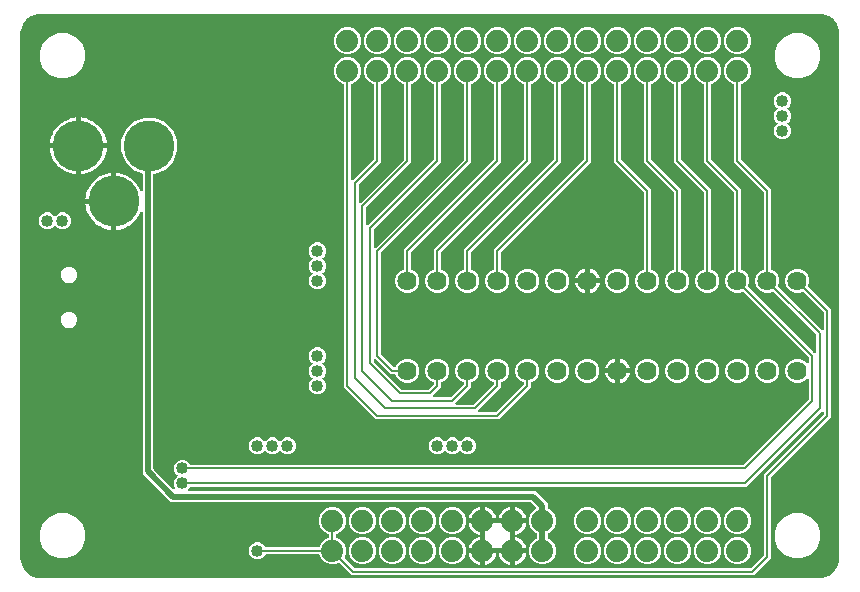
<source format=gbr>
G04 EAGLE Gerber RS-274X export*
G75*
%MOMM*%
%FSLAX34Y34*%
%LPD*%
%INBottom Copper*%
%IPPOS*%
%AMOC8*
5,1,8,0,0,1.08239X$1,22.5*%
G01*
%ADD10C,4.318000*%
%ADD11C,1.879600*%
%ADD12C,1.625600*%
%ADD13C,0.508000*%
%ADD14C,0.203200*%
%ADD15C,1.016000*%

G36*
X679302Y2547D02*
X679302Y2547D01*
X679338Y2544D01*
X681764Y2735D01*
X681923Y2770D01*
X681998Y2782D01*
X686612Y4282D01*
X686867Y4407D01*
X686881Y4420D01*
X686895Y4427D01*
X690819Y7281D01*
X691023Y7479D01*
X691033Y7495D01*
X691044Y7506D01*
X693892Y11434D01*
X694025Y11685D01*
X694029Y11703D01*
X694036Y11717D01*
X695530Y16334D01*
X695558Y16494D01*
X695577Y16568D01*
X695764Y18994D01*
X695761Y19038D01*
X695767Y19072D01*
X695767Y19082D01*
X695767Y19083D01*
X695767Y19084D01*
X695765Y20532D01*
X695768Y20548D01*
X695951Y462051D01*
X695950Y462057D01*
X695951Y463525D01*
X695945Y463569D01*
X695948Y463604D01*
X695760Y466030D01*
X695724Y466189D01*
X695713Y466265D01*
X694218Y470880D01*
X694196Y470925D01*
X694186Y470962D01*
X694140Y471041D01*
X694093Y471136D01*
X694081Y471150D01*
X694074Y471164D01*
X691225Y475091D01*
X691027Y475296D01*
X691011Y475305D01*
X691000Y475316D01*
X687077Y478171D01*
X686826Y478304D01*
X686808Y478308D01*
X686794Y478315D01*
X682180Y479817D01*
X682020Y479845D01*
X681946Y479864D01*
X679520Y480056D01*
X679476Y480053D01*
X679440Y480059D01*
X19050Y480059D01*
X19006Y480053D01*
X18970Y480056D01*
X16547Y479865D01*
X16388Y479830D01*
X16312Y479819D01*
X11702Y478321D01*
X11447Y478196D01*
X11433Y478183D01*
X11419Y478177D01*
X7497Y475327D01*
X7293Y475130D01*
X7284Y475113D01*
X7273Y475103D01*
X4423Y471181D01*
X4363Y471067D01*
X4325Y471010D01*
X4314Y470974D01*
X4290Y470930D01*
X4286Y470912D01*
X4279Y470898D01*
X2781Y466288D01*
X2753Y466128D01*
X2735Y466053D01*
X2544Y463630D01*
X2547Y463585D01*
X2541Y463550D01*
X2541Y19050D01*
X2547Y19006D01*
X2544Y18970D01*
X2735Y16547D01*
X2770Y16388D01*
X2781Y16312D01*
X4279Y11702D01*
X4404Y11447D01*
X4417Y11433D01*
X4423Y11419D01*
X7273Y7497D01*
X7470Y7293D01*
X7487Y7284D01*
X7497Y7273D01*
X11419Y4423D01*
X11670Y4290D01*
X11688Y4286D01*
X11702Y4279D01*
X16312Y2781D01*
X16472Y2753D01*
X16547Y2735D01*
X18970Y2544D01*
X19015Y2547D01*
X19050Y2541D01*
X679258Y2541D01*
X679302Y2547D01*
G37*
%LPC*%
G36*
X283217Y4571D02*
X283217Y4571D01*
X272880Y14909D01*
X272878Y14910D01*
X272877Y14911D01*
X272764Y14996D01*
X272652Y15080D01*
X272651Y15080D01*
X272650Y15081D01*
X272518Y15131D01*
X272387Y15181D01*
X272385Y15181D01*
X272384Y15182D01*
X272239Y15193D01*
X272103Y15204D01*
X272102Y15204D01*
X272100Y15204D01*
X272085Y15201D01*
X271825Y15149D01*
X271798Y15135D01*
X271773Y15129D01*
X268974Y13969D01*
X264426Y13969D01*
X260225Y15710D01*
X257010Y18925D01*
X255850Y21725D01*
X255849Y21726D01*
X255849Y21727D01*
X255778Y21846D01*
X255705Y21969D01*
X255704Y21970D01*
X255703Y21972D01*
X255600Y22069D01*
X255499Y22165D01*
X255497Y22165D01*
X255496Y22166D01*
X255370Y22231D01*
X255246Y22295D01*
X255244Y22295D01*
X255243Y22296D01*
X255228Y22298D01*
X254967Y22350D01*
X254937Y22347D01*
X254912Y22351D01*
X210314Y22351D01*
X210313Y22351D01*
X210311Y22351D01*
X210170Y22331D01*
X210033Y22311D01*
X210031Y22311D01*
X210030Y22311D01*
X209900Y22252D01*
X209773Y22195D01*
X209772Y22194D01*
X209771Y22193D01*
X209662Y22100D01*
X209556Y22012D01*
X209556Y22010D01*
X209554Y22009D01*
X209546Y21996D01*
X209399Y21775D01*
X209390Y21746D01*
X209376Y21725D01*
X209230Y21371D01*
X207229Y19370D01*
X204615Y18287D01*
X201785Y18287D01*
X199171Y19370D01*
X197170Y21371D01*
X196087Y23985D01*
X196087Y26815D01*
X197170Y29429D01*
X199171Y31430D01*
X201785Y32513D01*
X204615Y32513D01*
X207229Y31430D01*
X209230Y29429D01*
X209376Y29075D01*
X209377Y29074D01*
X209378Y29073D01*
X209448Y28954D01*
X209521Y28831D01*
X209522Y28830D01*
X209523Y28828D01*
X209627Y28730D01*
X209728Y28635D01*
X209729Y28635D01*
X209730Y28634D01*
X209856Y28569D01*
X209980Y28505D01*
X209982Y28505D01*
X209983Y28504D01*
X209998Y28502D01*
X210259Y28450D01*
X210290Y28453D01*
X210314Y28449D01*
X254912Y28449D01*
X254913Y28449D01*
X254915Y28449D01*
X255055Y28469D01*
X255193Y28489D01*
X255195Y28489D01*
X255196Y28489D01*
X255321Y28546D01*
X255453Y28605D01*
X255454Y28606D01*
X255455Y28607D01*
X255563Y28698D01*
X255670Y28788D01*
X255671Y28790D01*
X255672Y28791D01*
X255680Y28804D01*
X255827Y29025D01*
X255837Y29054D01*
X255850Y29075D01*
X257010Y31875D01*
X260225Y35090D01*
X263025Y36250D01*
X263026Y36251D01*
X263027Y36251D01*
X263146Y36322D01*
X263269Y36395D01*
X263270Y36396D01*
X263272Y36397D01*
X263369Y36500D01*
X263465Y36601D01*
X263465Y36603D01*
X263466Y36604D01*
X263531Y36730D01*
X263595Y36854D01*
X263595Y36856D01*
X263596Y36857D01*
X263598Y36872D01*
X263650Y37133D01*
X263647Y37163D01*
X263651Y37188D01*
X263651Y39012D01*
X263651Y39013D01*
X263651Y39015D01*
X263631Y39155D01*
X263611Y39293D01*
X263611Y39295D01*
X263611Y39296D01*
X263554Y39422D01*
X263495Y39553D01*
X263494Y39554D01*
X263493Y39555D01*
X263403Y39662D01*
X263312Y39770D01*
X263310Y39771D01*
X263309Y39772D01*
X263296Y39780D01*
X263075Y39927D01*
X263046Y39937D01*
X263025Y39950D01*
X260225Y41110D01*
X257010Y44325D01*
X255269Y48526D01*
X255269Y53074D01*
X257010Y57275D01*
X260225Y60490D01*
X264426Y62231D01*
X268974Y62231D01*
X273175Y60490D01*
X276390Y57275D01*
X278131Y53074D01*
X278131Y48526D01*
X276390Y44325D01*
X273175Y41110D01*
X270375Y39950D01*
X270374Y39949D01*
X270373Y39949D01*
X270254Y39878D01*
X270131Y39805D01*
X270130Y39804D01*
X270128Y39803D01*
X270030Y39698D01*
X269935Y39599D01*
X269935Y39597D01*
X269934Y39596D01*
X269869Y39469D01*
X269805Y39346D01*
X269805Y39344D01*
X269804Y39343D01*
X269802Y39328D01*
X269750Y39067D01*
X269753Y39037D01*
X269749Y39012D01*
X269749Y37188D01*
X269749Y37187D01*
X269749Y37185D01*
X269769Y37045D01*
X269789Y36907D01*
X269789Y36905D01*
X269789Y36904D01*
X269846Y36778D01*
X269905Y36647D01*
X269906Y36646D01*
X269907Y36645D01*
X269998Y36537D01*
X270088Y36430D01*
X270090Y36429D01*
X270091Y36428D01*
X270104Y36420D01*
X270325Y36273D01*
X270354Y36263D01*
X270375Y36250D01*
X273175Y35090D01*
X276390Y31875D01*
X278131Y27674D01*
X278131Y23126D01*
X276971Y20327D01*
X276971Y20325D01*
X276970Y20324D01*
X276934Y20185D01*
X276900Y20051D01*
X276900Y20050D01*
X276900Y20048D01*
X276904Y19908D01*
X276908Y19767D01*
X276909Y19766D01*
X276909Y19764D01*
X276952Y19631D01*
X276995Y19497D01*
X276996Y19495D01*
X276996Y19494D01*
X277005Y19482D01*
X277153Y19260D01*
X277177Y19241D01*
X277191Y19220D01*
X285445Y10966D01*
X285515Y10914D01*
X285579Y10854D01*
X285629Y10828D01*
X285673Y10795D01*
X285754Y10764D01*
X285832Y10724D01*
X285880Y10716D01*
X285938Y10694D01*
X286086Y10682D01*
X286163Y10669D01*
X620617Y10669D01*
X620703Y10681D01*
X620791Y10684D01*
X620843Y10701D01*
X620898Y10709D01*
X620978Y10744D01*
X621061Y10771D01*
X621100Y10799D01*
X621158Y10825D01*
X621271Y10921D01*
X621335Y10966D01*
X631654Y21285D01*
X631706Y21355D01*
X631766Y21419D01*
X631792Y21469D01*
X631825Y21513D01*
X631856Y21594D01*
X631896Y21672D01*
X631904Y21720D01*
X631926Y21778D01*
X631938Y21926D01*
X631951Y22003D01*
X631951Y90163D01*
X682454Y140665D01*
X682506Y140735D01*
X682566Y140799D01*
X682592Y140849D01*
X682625Y140893D01*
X682656Y140974D01*
X682696Y141052D01*
X682704Y141100D01*
X682726Y141158D01*
X682738Y141306D01*
X682751Y141383D01*
X682751Y142589D01*
X682747Y142618D01*
X682750Y142647D01*
X682727Y142758D01*
X682711Y142870D01*
X682699Y142897D01*
X682694Y142926D01*
X682641Y143026D01*
X682595Y143130D01*
X682576Y143152D01*
X682563Y143178D01*
X682485Y143260D01*
X682412Y143347D01*
X682387Y143363D01*
X682367Y143384D01*
X682269Y143441D01*
X682175Y143504D01*
X682147Y143513D01*
X682122Y143528D01*
X682012Y143556D01*
X681904Y143590D01*
X681874Y143591D01*
X681846Y143598D01*
X681733Y143594D01*
X681620Y143597D01*
X681591Y143590D01*
X681562Y143589D01*
X681454Y143554D01*
X681345Y143525D01*
X681319Y143511D01*
X681291Y143501D01*
X681227Y143456D01*
X681100Y143380D01*
X681057Y143335D01*
X681018Y143307D01*
X680415Y142704D01*
X619296Y81585D01*
X619296Y81584D01*
X617213Y79501D01*
X146814Y79501D01*
X146813Y79501D01*
X146811Y79501D01*
X146670Y79481D01*
X146533Y79461D01*
X146531Y79461D01*
X146530Y79461D01*
X146400Y79402D01*
X146273Y79345D01*
X146272Y79344D01*
X146271Y79343D01*
X146162Y79250D01*
X146056Y79162D01*
X146056Y79160D01*
X146054Y79159D01*
X146046Y79146D01*
X145899Y78925D01*
X145890Y78896D01*
X145876Y78875D01*
X145730Y78521D01*
X144635Y77426D01*
X144617Y77402D01*
X144595Y77383D01*
X144532Y77289D01*
X144464Y77199D01*
X144453Y77171D01*
X144437Y77147D01*
X144403Y77039D01*
X144363Y76933D01*
X144360Y76904D01*
X144351Y76876D01*
X144348Y76762D01*
X144339Y76650D01*
X144345Y76621D01*
X144344Y76592D01*
X144373Y76482D01*
X144395Y76371D01*
X144409Y76345D01*
X144416Y76317D01*
X144474Y76219D01*
X144526Y76119D01*
X144546Y76097D01*
X144561Y76072D01*
X144644Y75995D01*
X144722Y75913D01*
X144747Y75898D01*
X144768Y75878D01*
X144869Y75826D01*
X144967Y75769D01*
X144995Y75762D01*
X145022Y75748D01*
X145099Y75735D01*
X145243Y75699D01*
X145305Y75701D01*
X145353Y75693D01*
X438774Y75693D01*
X449073Y65394D01*
X449073Y61957D01*
X449073Y61955D01*
X449073Y61954D01*
X449093Y61813D01*
X449113Y61675D01*
X449113Y61674D01*
X449113Y61672D01*
X449172Y61542D01*
X449229Y61416D01*
X449230Y61415D01*
X449231Y61413D01*
X449323Y61304D01*
X449412Y61199D01*
X449414Y61198D01*
X449415Y61197D01*
X449428Y61189D01*
X449649Y61041D01*
X449678Y61032D01*
X449699Y61019D01*
X450975Y60491D01*
X454190Y57275D01*
X455931Y53074D01*
X455931Y48526D01*
X454190Y44325D01*
X450975Y41109D01*
X449699Y40581D01*
X449698Y40580D01*
X449697Y40580D01*
X449576Y40508D01*
X449455Y40437D01*
X449454Y40436D01*
X449452Y40435D01*
X449354Y40330D01*
X449259Y40230D01*
X449259Y40229D01*
X449258Y40227D01*
X449193Y40102D01*
X449129Y39977D01*
X449129Y39976D01*
X449128Y39974D01*
X449126Y39959D01*
X449074Y39698D01*
X449077Y39668D01*
X449073Y39643D01*
X449073Y36557D01*
X449073Y36555D01*
X449073Y36554D01*
X449093Y36414D01*
X449113Y36275D01*
X449113Y36274D01*
X449113Y36272D01*
X449170Y36146D01*
X449229Y36016D01*
X449230Y36015D01*
X449231Y36013D01*
X449323Y35904D01*
X449412Y35799D01*
X449414Y35798D01*
X449415Y35797D01*
X449428Y35789D01*
X449649Y35641D01*
X449678Y35632D01*
X449699Y35619D01*
X450975Y35090D01*
X454190Y31875D01*
X455931Y27674D01*
X455931Y23126D01*
X454190Y18925D01*
X450975Y15710D01*
X446774Y13969D01*
X442226Y13969D01*
X438025Y15710D01*
X434810Y18925D01*
X433069Y23126D01*
X433069Y27674D01*
X434810Y31875D01*
X438025Y35090D01*
X439301Y35619D01*
X439302Y35620D01*
X439303Y35620D01*
X439422Y35690D01*
X439545Y35763D01*
X439546Y35765D01*
X439548Y35765D01*
X439645Y35869D01*
X439741Y35970D01*
X439741Y35971D01*
X439742Y35973D01*
X439807Y36098D01*
X439871Y36223D01*
X439871Y36224D01*
X439872Y36226D01*
X439874Y36241D01*
X439926Y36502D01*
X439923Y36532D01*
X439927Y36557D01*
X439927Y39643D01*
X439927Y39645D01*
X439927Y39646D01*
X439907Y39787D01*
X439887Y39925D01*
X439887Y39926D01*
X439887Y39928D01*
X439829Y40056D01*
X439771Y40184D01*
X439770Y40185D01*
X439769Y40187D01*
X439678Y40294D01*
X439588Y40401D01*
X439586Y40402D01*
X439585Y40403D01*
X439572Y40411D01*
X439351Y40559D01*
X439322Y40568D01*
X439301Y40581D01*
X438025Y41109D01*
X434810Y44325D01*
X433069Y48526D01*
X433069Y53074D01*
X434810Y57275D01*
X438025Y60491D01*
X438755Y60793D01*
X438854Y60851D01*
X438956Y60904D01*
X438976Y60923D01*
X439000Y60937D01*
X439079Y61021D01*
X439162Y61100D01*
X439176Y61124D01*
X439195Y61144D01*
X439248Y61246D01*
X439306Y61345D01*
X439313Y61372D01*
X439325Y61397D01*
X439348Y61510D01*
X439376Y61621D01*
X439375Y61648D01*
X439380Y61676D01*
X439370Y61790D01*
X439367Y61905D01*
X439358Y61931D01*
X439356Y61959D01*
X439315Y62066D01*
X439279Y62175D01*
X439265Y62196D01*
X439254Y62224D01*
X439093Y62437D01*
X439084Y62449D01*
X435283Y66250D01*
X435213Y66302D01*
X435150Y66362D01*
X435100Y66388D01*
X435056Y66421D01*
X434974Y66452D01*
X434896Y66492D01*
X434849Y66500D01*
X434790Y66522D01*
X434643Y66534D01*
X434565Y66547D01*
X130186Y66547D01*
X105917Y90816D01*
X105917Y311758D01*
X105901Y311871D01*
X105892Y311985D01*
X105881Y312011D01*
X105877Y312039D01*
X105831Y312144D01*
X105790Y312250D01*
X105773Y312273D01*
X105761Y312299D01*
X105687Y312386D01*
X105618Y312477D01*
X105596Y312494D01*
X105578Y312516D01*
X105482Y312579D01*
X105391Y312648D01*
X105365Y312658D01*
X105341Y312673D01*
X105232Y312708D01*
X105125Y312748D01*
X105097Y312751D01*
X105070Y312759D01*
X104956Y312762D01*
X104842Y312771D01*
X104814Y312766D01*
X104786Y312766D01*
X104675Y312738D01*
X104563Y312715D01*
X104538Y312702D01*
X104511Y312695D01*
X104413Y312636D01*
X104311Y312583D01*
X104291Y312564D01*
X104266Y312549D01*
X104188Y312466D01*
X104105Y312387D01*
X104093Y312365D01*
X104072Y312342D01*
X103953Y312110D01*
X103944Y312093D01*
X103929Y312051D01*
X103719Y311616D01*
X103719Y311615D01*
X103230Y310600D01*
X102753Y309609D01*
X101311Y307314D01*
X99621Y305195D01*
X97705Y303279D01*
X95586Y301589D01*
X94439Y300868D01*
X93291Y300147D01*
X90849Y298971D01*
X88291Y298076D01*
X85649Y297473D01*
X83631Y297245D01*
X83631Y320284D01*
X83623Y320342D01*
X83625Y320400D01*
X83603Y320482D01*
X83591Y320565D01*
X83567Y320619D01*
X83553Y320675D01*
X83510Y320748D01*
X83475Y320825D01*
X83437Y320869D01*
X83407Y320920D01*
X83346Y320977D01*
X83291Y321042D01*
X83243Y321074D01*
X83200Y321114D01*
X83125Y321153D01*
X83055Y321199D01*
X82999Y321217D01*
X82947Y321244D01*
X82879Y321255D01*
X82784Y321285D01*
X82684Y321288D01*
X82616Y321299D01*
X81599Y321299D01*
X81599Y321301D01*
X82616Y321301D01*
X82674Y321309D01*
X82732Y321308D01*
X82814Y321329D01*
X82897Y321341D01*
X82951Y321365D01*
X83007Y321379D01*
X83080Y321422D01*
X83157Y321457D01*
X83202Y321495D01*
X83252Y321525D01*
X83310Y321586D01*
X83374Y321641D01*
X83406Y321689D01*
X83446Y321732D01*
X83485Y321807D01*
X83531Y321877D01*
X83549Y321933D01*
X83576Y321985D01*
X83587Y322053D01*
X83617Y322148D01*
X83620Y322248D01*
X83631Y322316D01*
X83631Y345355D01*
X85649Y345127D01*
X88291Y344524D01*
X90849Y343629D01*
X93291Y342453D01*
X95586Y341011D01*
X97705Y339321D01*
X99621Y337405D01*
X101311Y335286D01*
X102753Y332991D01*
X103929Y330549D01*
X103944Y330507D01*
X103996Y330405D01*
X104043Y330301D01*
X104061Y330280D01*
X104074Y330254D01*
X104153Y330171D01*
X104227Y330084D01*
X104250Y330069D01*
X104270Y330048D01*
X104368Y329990D01*
X104463Y329927D01*
X104490Y329918D01*
X104514Y329904D01*
X104625Y329875D01*
X104734Y329841D01*
X104762Y329840D01*
X104790Y329833D01*
X104904Y329836D01*
X105018Y329834D01*
X105046Y329841D01*
X105074Y329842D01*
X105183Y329877D01*
X105293Y329905D01*
X105318Y329920D01*
X105345Y329928D01*
X105440Y329992D01*
X105538Y330051D01*
X105557Y330071D01*
X105581Y330087D01*
X105654Y330175D01*
X105732Y330258D01*
X105745Y330283D01*
X105763Y330305D01*
X105810Y330409D01*
X105862Y330511D01*
X105866Y330536D01*
X105879Y330565D01*
X105914Y330823D01*
X105917Y330842D01*
X105917Y344406D01*
X105917Y344408D01*
X105917Y344410D01*
X105898Y344543D01*
X105877Y344688D01*
X105877Y344689D01*
X105877Y344691D01*
X105820Y344817D01*
X105761Y344947D01*
X105760Y344949D01*
X105759Y344950D01*
X105668Y345057D01*
X105578Y345164D01*
X105576Y345165D01*
X105575Y345166D01*
X105562Y345175D01*
X105341Y345322D01*
X105312Y345331D01*
X105291Y345344D01*
X98219Y348274D01*
X91574Y354919D01*
X87977Y363601D01*
X87977Y372999D01*
X91574Y381681D01*
X98219Y388326D01*
X106901Y391923D01*
X116299Y391923D01*
X124981Y388326D01*
X131626Y381681D01*
X135223Y372999D01*
X135223Y363601D01*
X131626Y354919D01*
X124981Y348274D01*
X116299Y344677D01*
X116078Y344677D01*
X116020Y344669D01*
X115962Y344671D01*
X115880Y344649D01*
X115796Y344637D01*
X115743Y344614D01*
X115687Y344599D01*
X115614Y344556D01*
X115537Y344521D01*
X115492Y344483D01*
X115442Y344454D01*
X115384Y344392D01*
X115320Y344338D01*
X115288Y344289D01*
X115248Y344246D01*
X115209Y344171D01*
X115162Y344101D01*
X115145Y344045D01*
X115118Y343993D01*
X115107Y343925D01*
X115077Y343830D01*
X115074Y343730D01*
X115063Y343662D01*
X115063Y95025D01*
X115075Y94938D01*
X115078Y94851D01*
X115095Y94798D01*
X115103Y94743D01*
X115138Y94663D01*
X115165Y94580D01*
X115193Y94541D01*
X115219Y94484D01*
X115315Y94371D01*
X115360Y94307D01*
X131846Y77821D01*
X131915Y77769D01*
X131977Y77710D01*
X132028Y77684D01*
X132073Y77650D01*
X132153Y77619D01*
X132230Y77580D01*
X132286Y77569D01*
X132339Y77549D01*
X132424Y77542D01*
X132509Y77525D01*
X132565Y77530D01*
X132622Y77525D01*
X132706Y77542D01*
X132792Y77549D01*
X132845Y77570D01*
X132901Y77581D01*
X132977Y77621D01*
X133057Y77651D01*
X133103Y77686D01*
X133153Y77712D01*
X133215Y77771D01*
X133284Y77823D01*
X133318Y77869D01*
X133359Y77908D01*
X133403Y77982D01*
X133454Y78051D01*
X133474Y78104D01*
X133503Y78153D01*
X133524Y78236D01*
X133555Y78317D01*
X133559Y78374D01*
X133573Y78429D01*
X133570Y78514D01*
X133577Y78600D01*
X133566Y78648D01*
X133564Y78713D01*
X133520Y78851D01*
X133502Y78927D01*
X132587Y81135D01*
X132587Y83965D01*
X133670Y86579D01*
X135273Y88182D01*
X135308Y88229D01*
X135351Y88269D01*
X135393Y88342D01*
X135444Y88409D01*
X135465Y88464D01*
X135494Y88514D01*
X135515Y88596D01*
X135545Y88675D01*
X135550Y88733D01*
X135565Y88790D01*
X135562Y88874D01*
X135569Y88958D01*
X135557Y89016D01*
X135556Y89074D01*
X135530Y89154D01*
X135513Y89237D01*
X135486Y89289D01*
X135468Y89345D01*
X135428Y89401D01*
X135382Y89489D01*
X135313Y89562D01*
X135273Y89618D01*
X133670Y91221D01*
X132587Y93835D01*
X132587Y96665D01*
X133670Y99279D01*
X135671Y101280D01*
X138285Y102363D01*
X141115Y102363D01*
X143729Y101280D01*
X145730Y99279D01*
X145876Y98925D01*
X145877Y98924D01*
X145878Y98923D01*
X145948Y98804D01*
X146021Y98681D01*
X146022Y98680D01*
X146023Y98678D01*
X146127Y98580D01*
X146228Y98485D01*
X146229Y98485D01*
X146230Y98484D01*
X146356Y98419D01*
X146480Y98355D01*
X146482Y98355D01*
X146483Y98354D01*
X146498Y98352D01*
X146759Y98300D01*
X146790Y98303D01*
X146814Y98299D01*
X614267Y98299D01*
X614353Y98311D01*
X614441Y98314D01*
X614493Y98331D01*
X614548Y98339D01*
X614628Y98374D01*
X614711Y98401D01*
X614750Y98429D01*
X614808Y98455D01*
X614921Y98551D01*
X614985Y98596D01*
X669754Y153365D01*
X669806Y153435D01*
X669866Y153499D01*
X669892Y153549D01*
X669925Y153593D01*
X669956Y153674D01*
X669996Y153752D01*
X670004Y153800D01*
X670026Y153858D01*
X670038Y154006D01*
X670051Y154083D01*
X670051Y170631D01*
X670047Y170660D01*
X670050Y170689D01*
X670027Y170800D01*
X670011Y170912D01*
X669999Y170939D01*
X669994Y170968D01*
X669941Y171069D01*
X669895Y171172D01*
X669876Y171194D01*
X669863Y171220D01*
X669785Y171302D01*
X669712Y171389D01*
X669687Y171405D01*
X669667Y171426D01*
X669569Y171483D01*
X669475Y171546D01*
X669447Y171555D01*
X669422Y171570D01*
X669312Y171598D01*
X669204Y171632D01*
X669174Y171633D01*
X669146Y171640D01*
X669033Y171636D01*
X668920Y171639D01*
X668891Y171632D01*
X668862Y171631D01*
X668754Y171596D01*
X668645Y171568D01*
X668619Y171553D01*
X668591Y171544D01*
X668528Y171498D01*
X668400Y171422D01*
X668357Y171377D01*
X668318Y171349D01*
X666156Y169186D01*
X662421Y167639D01*
X658379Y167639D01*
X654644Y169186D01*
X651786Y172044D01*
X650239Y175779D01*
X650239Y179821D01*
X651786Y183556D01*
X654644Y186414D01*
X658379Y187961D01*
X662421Y187961D01*
X666156Y186414D01*
X668318Y184251D01*
X668342Y184234D01*
X668361Y184211D01*
X668455Y184149D01*
X668545Y184080D01*
X668573Y184070D01*
X668597Y184054D01*
X668705Y184019D01*
X668811Y183979D01*
X668840Y183977D01*
X668868Y183968D01*
X668982Y183965D01*
X669094Y183956D01*
X669123Y183961D01*
X669152Y183961D01*
X669262Y183989D01*
X669373Y184012D01*
X669399Y184025D01*
X669427Y184032D01*
X669525Y184090D01*
X669625Y184143D01*
X669647Y184163D01*
X669672Y184178D01*
X669749Y184260D01*
X669831Y184338D01*
X669846Y184364D01*
X669866Y184385D01*
X669918Y184486D01*
X669975Y184584D01*
X669982Y184612D01*
X669996Y184638D01*
X670009Y184715D01*
X670045Y184859D01*
X670043Y184922D01*
X670051Y184969D01*
X670051Y188817D01*
X670039Y188903D01*
X670036Y188991D01*
X670019Y189043D01*
X670011Y189098D01*
X669976Y189178D01*
X669949Y189261D01*
X669921Y189300D01*
X669895Y189358D01*
X669799Y189471D01*
X669754Y189535D01*
X614808Y244481D01*
X614806Y244482D01*
X614805Y244483D01*
X614691Y244569D01*
X614580Y244652D01*
X614579Y244652D01*
X614578Y244653D01*
X614444Y244704D01*
X614315Y244753D01*
X614313Y244753D01*
X614312Y244754D01*
X614167Y244765D01*
X614031Y244776D01*
X614030Y244776D01*
X614028Y244776D01*
X614013Y244773D01*
X613753Y244721D01*
X613726Y244707D01*
X613701Y244701D01*
X611621Y243839D01*
X607579Y243839D01*
X603844Y245386D01*
X600986Y248244D01*
X599439Y251979D01*
X599439Y256021D01*
X600986Y259756D01*
X603844Y262614D01*
X605925Y263475D01*
X605926Y263476D01*
X605927Y263477D01*
X606046Y263547D01*
X606169Y263620D01*
X606170Y263621D01*
X606172Y263622D01*
X606269Y263726D01*
X606365Y263827D01*
X606365Y263828D01*
X606366Y263829D01*
X606431Y263955D01*
X606495Y264079D01*
X606495Y264081D01*
X606496Y264082D01*
X606498Y264097D01*
X606550Y264358D01*
X606547Y264389D01*
X606551Y264413D01*
X606551Y328517D01*
X606539Y328603D01*
X606536Y328691D01*
X606519Y328743D01*
X606511Y328798D01*
X606476Y328878D01*
X606449Y328961D01*
X606421Y329000D01*
X606395Y329058D01*
X606299Y329171D01*
X606254Y329235D01*
X581151Y354337D01*
X581151Y420012D01*
X581151Y420013D01*
X581151Y420015D01*
X581131Y420155D01*
X581111Y420293D01*
X581111Y420295D01*
X581111Y420296D01*
X581054Y420422D01*
X580995Y420553D01*
X580994Y420554D01*
X580993Y420555D01*
X580903Y420662D01*
X580812Y420770D01*
X580810Y420771D01*
X580809Y420772D01*
X580796Y420780D01*
X580575Y420927D01*
X580546Y420937D01*
X580525Y420950D01*
X577725Y422110D01*
X574510Y425325D01*
X572769Y429526D01*
X572769Y434074D01*
X574510Y438275D01*
X577725Y441490D01*
X581926Y443231D01*
X586474Y443231D01*
X590675Y441490D01*
X593890Y438275D01*
X595631Y434074D01*
X595631Y429526D01*
X593890Y425325D01*
X590675Y422110D01*
X587875Y420950D01*
X587874Y420949D01*
X587873Y420949D01*
X587754Y420878D01*
X587631Y420805D01*
X587630Y420804D01*
X587628Y420803D01*
X587531Y420700D01*
X587435Y420599D01*
X587435Y420597D01*
X587434Y420596D01*
X587369Y420470D01*
X587305Y420346D01*
X587305Y420344D01*
X587304Y420343D01*
X587302Y420328D01*
X587250Y420067D01*
X587253Y420037D01*
X587249Y420012D01*
X587249Y357283D01*
X587261Y357197D01*
X587264Y357109D01*
X587281Y357057D01*
X587289Y357002D01*
X587324Y356922D01*
X587351Y356839D01*
X587379Y356800D01*
X587405Y356742D01*
X587501Y356629D01*
X587546Y356565D01*
X612649Y331463D01*
X612649Y264413D01*
X612649Y264412D01*
X612649Y264410D01*
X612656Y264363D01*
X612655Y264359D01*
X612657Y264352D01*
X612669Y264268D01*
X612689Y264132D01*
X612689Y264131D01*
X612689Y264129D01*
X612746Y264003D01*
X612805Y263873D01*
X612806Y263871D01*
X612807Y263870D01*
X612898Y263763D01*
X612988Y263656D01*
X612990Y263655D01*
X612991Y263653D01*
X613004Y263645D01*
X613225Y263498D01*
X613254Y263489D01*
X613275Y263475D01*
X615356Y262614D01*
X618214Y259756D01*
X619761Y256021D01*
X619761Y251979D01*
X618899Y249899D01*
X618899Y249897D01*
X618898Y249896D01*
X618864Y249762D01*
X618828Y249623D01*
X618828Y249622D01*
X618828Y249620D01*
X618832Y249480D01*
X618836Y249339D01*
X618837Y249338D01*
X618837Y249336D01*
X618881Y249201D01*
X618923Y249069D01*
X618924Y249067D01*
X618924Y249066D01*
X618933Y249054D01*
X619081Y248832D01*
X619105Y248813D01*
X619119Y248792D01*
X674668Y193243D01*
X674692Y193226D01*
X674711Y193203D01*
X674805Y193140D01*
X674895Y193073D01*
X674923Y193062D01*
X674947Y193046D01*
X675055Y193012D01*
X675161Y192971D01*
X675190Y192969D01*
X675218Y192960D01*
X675332Y192957D01*
X675444Y192948D01*
X675473Y192953D01*
X675502Y192953D01*
X675612Y192981D01*
X675723Y193004D01*
X675749Y193017D01*
X675777Y193025D01*
X675875Y193082D01*
X675975Y193135D01*
X675997Y193155D01*
X676022Y193170D01*
X676099Y193252D01*
X676181Y193330D01*
X676196Y193356D01*
X676216Y193377D01*
X676268Y193478D01*
X676325Y193576D01*
X676332Y193604D01*
X676346Y193630D01*
X676359Y193708D01*
X676395Y193851D01*
X676393Y193914D01*
X676401Y193961D01*
X676401Y207867D01*
X676389Y207953D01*
X676386Y208041D01*
X676369Y208093D01*
X676361Y208148D01*
X676326Y208228D01*
X676299Y208311D01*
X676271Y208350D01*
X676245Y208408D01*
X676149Y208521D01*
X676104Y208585D01*
X640208Y244481D01*
X640206Y244482D01*
X640205Y244483D01*
X640093Y244567D01*
X639980Y244652D01*
X639979Y244652D01*
X639978Y244653D01*
X639848Y244702D01*
X639715Y244753D01*
X639713Y244753D01*
X639712Y244754D01*
X639567Y244765D01*
X639431Y244776D01*
X639430Y244776D01*
X639428Y244776D01*
X639413Y244773D01*
X639153Y244721D01*
X639126Y244707D01*
X639101Y244701D01*
X637021Y243839D01*
X632979Y243839D01*
X629244Y245386D01*
X626386Y248244D01*
X624839Y251979D01*
X624839Y256021D01*
X626386Y259756D01*
X629244Y262614D01*
X631325Y263475D01*
X631326Y263476D01*
X631327Y263477D01*
X631446Y263547D01*
X631569Y263620D01*
X631570Y263621D01*
X631572Y263622D01*
X631669Y263726D01*
X631765Y263827D01*
X631765Y263828D01*
X631766Y263829D01*
X631831Y263955D01*
X631895Y264079D01*
X631895Y264081D01*
X631896Y264082D01*
X631898Y264097D01*
X631950Y264358D01*
X631947Y264389D01*
X631951Y264413D01*
X631951Y328517D01*
X631939Y328603D01*
X631936Y328691D01*
X631919Y328743D01*
X631911Y328798D01*
X631876Y328878D01*
X631849Y328961D01*
X631821Y329000D01*
X631795Y329058D01*
X631699Y329171D01*
X631654Y329235D01*
X608635Y352254D01*
X608634Y352254D01*
X606551Y354337D01*
X606551Y420012D01*
X606551Y420013D01*
X606551Y420015D01*
X606531Y420155D01*
X606511Y420293D01*
X606511Y420295D01*
X606511Y420296D01*
X606454Y420422D01*
X606395Y420553D01*
X606394Y420554D01*
X606393Y420555D01*
X606303Y420662D01*
X606212Y420770D01*
X606210Y420771D01*
X606209Y420772D01*
X606196Y420780D01*
X605975Y420927D01*
X605946Y420937D01*
X605925Y420950D01*
X603125Y422110D01*
X599910Y425325D01*
X598169Y429526D01*
X598169Y434074D01*
X599910Y438275D01*
X603125Y441490D01*
X607326Y443231D01*
X611874Y443231D01*
X616075Y441490D01*
X619290Y438275D01*
X621031Y434074D01*
X621031Y429526D01*
X619290Y425325D01*
X616075Y422110D01*
X613275Y420950D01*
X613274Y420949D01*
X613273Y420949D01*
X613154Y420878D01*
X613031Y420805D01*
X613030Y420804D01*
X613028Y420803D01*
X612931Y420700D01*
X612835Y420599D01*
X612835Y420597D01*
X612834Y420596D01*
X612769Y420470D01*
X612705Y420346D01*
X612705Y420344D01*
X612704Y420343D01*
X612702Y420328D01*
X612650Y420067D01*
X612653Y420037D01*
X612649Y420012D01*
X612649Y357283D01*
X612661Y357197D01*
X612664Y357109D01*
X612681Y357057D01*
X612689Y357002D01*
X612724Y356922D01*
X612751Y356839D01*
X612779Y356800D01*
X612805Y356742D01*
X612901Y356629D01*
X612946Y356565D01*
X638049Y331463D01*
X638049Y264413D01*
X638049Y264412D01*
X638049Y264410D01*
X638056Y264363D01*
X638055Y264359D01*
X638057Y264352D01*
X638069Y264268D01*
X638089Y264132D01*
X638089Y264131D01*
X638089Y264129D01*
X638146Y264003D01*
X638205Y263873D01*
X638206Y263871D01*
X638207Y263870D01*
X638298Y263763D01*
X638388Y263656D01*
X638390Y263655D01*
X638391Y263653D01*
X638404Y263645D01*
X638625Y263498D01*
X638654Y263489D01*
X638675Y263475D01*
X640756Y262614D01*
X643614Y259756D01*
X645161Y256021D01*
X645161Y251979D01*
X644299Y249899D01*
X644299Y249897D01*
X644298Y249896D01*
X644264Y249762D01*
X644228Y249623D01*
X644228Y249622D01*
X644228Y249620D01*
X644232Y249480D01*
X644236Y249339D01*
X644237Y249338D01*
X644237Y249336D01*
X644281Y249201D01*
X644323Y249069D01*
X644324Y249067D01*
X644324Y249066D01*
X644333Y249054D01*
X644481Y248832D01*
X644505Y248813D01*
X644519Y248792D01*
X681018Y212293D01*
X681042Y212276D01*
X681061Y212253D01*
X681155Y212190D01*
X681245Y212123D01*
X681273Y212112D01*
X681297Y212096D01*
X681405Y212062D01*
X681511Y212021D01*
X681540Y212019D01*
X681568Y212010D01*
X681682Y212007D01*
X681794Y211998D01*
X681823Y212003D01*
X681852Y212003D01*
X681962Y212031D01*
X682073Y212054D01*
X682099Y212067D01*
X682127Y212075D01*
X682225Y212132D01*
X682325Y212185D01*
X682347Y212205D01*
X682372Y212220D01*
X682449Y212302D01*
X682531Y212380D01*
X682546Y212406D01*
X682566Y212427D01*
X682618Y212528D01*
X682675Y212626D01*
X682682Y212654D01*
X682696Y212680D01*
X682709Y212758D01*
X682745Y212901D01*
X682743Y212964D01*
X682751Y213011D01*
X682751Y226917D01*
X682743Y226974D01*
X682745Y227027D01*
X682737Y227055D01*
X682736Y227091D01*
X682719Y227143D01*
X682711Y227198D01*
X682684Y227259D01*
X682673Y227302D01*
X682662Y227321D01*
X682649Y227361D01*
X682621Y227400D01*
X682595Y227458D01*
X682546Y227516D01*
X682528Y227547D01*
X682494Y227578D01*
X682454Y227635D01*
X665608Y244481D01*
X665606Y244482D01*
X665605Y244483D01*
X665491Y244569D01*
X665380Y244652D01*
X665379Y244652D01*
X665378Y244653D01*
X665244Y244704D01*
X665115Y244753D01*
X665113Y244753D01*
X665112Y244754D01*
X664967Y244765D01*
X664831Y244776D01*
X664830Y244776D01*
X664828Y244776D01*
X664813Y244773D01*
X664553Y244721D01*
X664526Y244707D01*
X664501Y244701D01*
X662421Y243839D01*
X658379Y243839D01*
X654644Y245386D01*
X651786Y248244D01*
X650239Y251979D01*
X650239Y256021D01*
X651786Y259756D01*
X654644Y262614D01*
X658379Y264161D01*
X662421Y264161D01*
X666156Y262614D01*
X669014Y259756D01*
X670561Y256021D01*
X670561Y251979D01*
X669699Y249899D01*
X669699Y249897D01*
X669698Y249896D01*
X669664Y249762D01*
X669628Y249623D01*
X669628Y249622D01*
X669628Y249620D01*
X669632Y249480D01*
X669636Y249339D01*
X669637Y249338D01*
X669637Y249336D01*
X669681Y249201D01*
X669723Y249069D01*
X669724Y249067D01*
X669724Y249066D01*
X669733Y249054D01*
X669881Y248832D01*
X669905Y248813D01*
X669919Y248792D01*
X686765Y231946D01*
X686766Y231946D01*
X688849Y229863D01*
X688849Y138437D01*
X638346Y87935D01*
X638294Y87865D01*
X638234Y87801D01*
X638208Y87751D01*
X638175Y87707D01*
X638144Y87626D01*
X638104Y87548D01*
X638096Y87500D01*
X638074Y87442D01*
X638062Y87294D01*
X638049Y87217D01*
X638049Y19057D01*
X623563Y4571D01*
X283217Y4571D01*
G37*
%LPD*%
%LPC*%
G36*
X303537Y136651D02*
X303537Y136651D01*
X276351Y163837D01*
X276351Y420012D01*
X276351Y420013D01*
X276351Y420015D01*
X276331Y420155D01*
X276311Y420293D01*
X276311Y420295D01*
X276311Y420296D01*
X276254Y420422D01*
X276195Y420553D01*
X276194Y420554D01*
X276193Y420555D01*
X276103Y420662D01*
X276012Y420770D01*
X276010Y420771D01*
X276009Y420772D01*
X275996Y420780D01*
X275775Y420927D01*
X275746Y420937D01*
X275725Y420950D01*
X272925Y422110D01*
X269710Y425325D01*
X267969Y429526D01*
X267969Y434074D01*
X269710Y438275D01*
X272925Y441490D01*
X277126Y443231D01*
X281674Y443231D01*
X285875Y441490D01*
X289090Y438275D01*
X290831Y434074D01*
X290831Y429526D01*
X289090Y425325D01*
X285875Y422110D01*
X283075Y420950D01*
X283074Y420949D01*
X283073Y420949D01*
X282954Y420878D01*
X282831Y420805D01*
X282830Y420804D01*
X282828Y420803D01*
X282731Y420700D01*
X282635Y420599D01*
X282635Y420597D01*
X282634Y420596D01*
X282569Y420470D01*
X282505Y420346D01*
X282505Y420344D01*
X282504Y420343D01*
X282502Y420328D01*
X282450Y420067D01*
X282453Y420037D01*
X282449Y420012D01*
X282449Y340011D01*
X282453Y339982D01*
X282450Y339953D01*
X282473Y339842D01*
X282489Y339730D01*
X282501Y339703D01*
X282506Y339674D01*
X282558Y339574D01*
X282605Y339470D01*
X282624Y339448D01*
X282637Y339422D01*
X282715Y339340D01*
X282788Y339253D01*
X282813Y339237D01*
X282833Y339216D01*
X282931Y339159D01*
X283025Y339096D01*
X283053Y339087D01*
X283078Y339072D01*
X283188Y339044D01*
X283296Y339010D01*
X283326Y339009D01*
X283354Y339002D01*
X283467Y339006D01*
X283580Y339003D01*
X283609Y339010D01*
X283638Y339011D01*
X283746Y339046D01*
X283855Y339075D01*
X283881Y339090D01*
X283909Y339099D01*
X283972Y339144D01*
X284100Y339220D01*
X284143Y339265D01*
X284182Y339293D01*
X301454Y356565D01*
X301506Y356635D01*
X301566Y356699D01*
X301592Y356749D01*
X301625Y356793D01*
X301656Y356874D01*
X301696Y356952D01*
X301704Y357000D01*
X301726Y357058D01*
X301738Y357206D01*
X301751Y357283D01*
X301751Y420012D01*
X301751Y420013D01*
X301751Y420015D01*
X301731Y420155D01*
X301711Y420293D01*
X301711Y420295D01*
X301711Y420296D01*
X301654Y420422D01*
X301595Y420553D01*
X301594Y420554D01*
X301593Y420555D01*
X301503Y420662D01*
X301412Y420770D01*
X301410Y420771D01*
X301409Y420772D01*
X301396Y420780D01*
X301175Y420927D01*
X301146Y420937D01*
X301125Y420950D01*
X298325Y422110D01*
X295110Y425325D01*
X293369Y429526D01*
X293369Y434074D01*
X295110Y438275D01*
X298325Y441490D01*
X302526Y443231D01*
X307074Y443231D01*
X311275Y441490D01*
X314490Y438275D01*
X316231Y434074D01*
X316231Y429526D01*
X314490Y425325D01*
X311275Y422110D01*
X308475Y420950D01*
X308474Y420949D01*
X308473Y420949D01*
X308354Y420878D01*
X308231Y420805D01*
X308230Y420804D01*
X308228Y420803D01*
X308131Y420700D01*
X308035Y420599D01*
X308035Y420597D01*
X308034Y420596D01*
X307969Y420470D01*
X307905Y420346D01*
X307905Y420344D01*
X307904Y420343D01*
X307902Y420328D01*
X307850Y420067D01*
X307853Y420037D01*
X307849Y420012D01*
X307849Y354337D01*
X289096Y335585D01*
X289044Y335515D01*
X288984Y335451D01*
X288958Y335401D01*
X288925Y335357D01*
X288894Y335276D01*
X288854Y335198D01*
X288846Y335150D01*
X288824Y335092D01*
X288812Y334944D01*
X288799Y334867D01*
X288799Y320961D01*
X288803Y320932D01*
X288800Y320903D01*
X288823Y320792D01*
X288839Y320680D01*
X288851Y320653D01*
X288856Y320624D01*
X288908Y320524D01*
X288955Y320420D01*
X288974Y320398D01*
X288987Y320372D01*
X289065Y320290D01*
X289138Y320203D01*
X289163Y320187D01*
X289183Y320166D01*
X289281Y320109D01*
X289375Y320046D01*
X289403Y320037D01*
X289428Y320022D01*
X289538Y319994D01*
X289646Y319960D01*
X289676Y319959D01*
X289704Y319952D01*
X289817Y319956D01*
X289930Y319953D01*
X289959Y319960D01*
X289988Y319961D01*
X290096Y319996D01*
X290205Y320025D01*
X290231Y320040D01*
X290259Y320049D01*
X290322Y320094D01*
X290450Y320170D01*
X290493Y320215D01*
X290532Y320243D01*
X326854Y356565D01*
X326906Y356635D01*
X326966Y356699D01*
X326992Y356749D01*
X327025Y356793D01*
X327056Y356874D01*
X327096Y356952D01*
X327104Y357000D01*
X327126Y357058D01*
X327138Y357206D01*
X327151Y357283D01*
X327151Y420012D01*
X327151Y420013D01*
X327151Y420015D01*
X327131Y420155D01*
X327111Y420293D01*
X327111Y420295D01*
X327111Y420296D01*
X327054Y420422D01*
X326995Y420553D01*
X326994Y420554D01*
X326993Y420555D01*
X326903Y420662D01*
X326812Y420770D01*
X326810Y420771D01*
X326809Y420772D01*
X326796Y420780D01*
X326575Y420927D01*
X326546Y420937D01*
X326525Y420950D01*
X323725Y422110D01*
X320510Y425325D01*
X318769Y429526D01*
X318769Y434074D01*
X320510Y438275D01*
X323725Y441490D01*
X327926Y443231D01*
X332474Y443231D01*
X336675Y441490D01*
X339890Y438275D01*
X341631Y434074D01*
X341631Y429526D01*
X339890Y425325D01*
X336675Y422110D01*
X333875Y420950D01*
X333874Y420949D01*
X333873Y420949D01*
X333754Y420878D01*
X333631Y420805D01*
X333630Y420804D01*
X333628Y420803D01*
X333531Y420700D01*
X333435Y420599D01*
X333435Y420597D01*
X333434Y420596D01*
X333369Y420470D01*
X333305Y420346D01*
X333305Y420344D01*
X333304Y420343D01*
X333302Y420328D01*
X333250Y420067D01*
X333253Y420037D01*
X333249Y420012D01*
X333249Y354337D01*
X295446Y316535D01*
X295394Y316465D01*
X295334Y316401D01*
X295308Y316351D01*
X295275Y316307D01*
X295244Y316226D01*
X295204Y316148D01*
X295196Y316100D01*
X295174Y316042D01*
X295162Y315894D01*
X295149Y315817D01*
X295149Y301911D01*
X295153Y301882D01*
X295150Y301853D01*
X295173Y301742D01*
X295189Y301630D01*
X295201Y301603D01*
X295206Y301574D01*
X295258Y301474D01*
X295305Y301370D01*
X295324Y301348D01*
X295337Y301322D01*
X295415Y301240D01*
X295488Y301153D01*
X295513Y301137D01*
X295533Y301116D01*
X295631Y301059D01*
X295725Y300996D01*
X295753Y300987D01*
X295778Y300972D01*
X295888Y300944D01*
X295996Y300910D01*
X296026Y300909D01*
X296054Y300902D01*
X296167Y300906D01*
X296280Y300903D01*
X296309Y300910D01*
X296338Y300911D01*
X296446Y300946D01*
X296555Y300975D01*
X296581Y300990D01*
X296609Y300999D01*
X296672Y301044D01*
X296800Y301120D01*
X296843Y301165D01*
X296882Y301193D01*
X352254Y356565D01*
X352306Y356635D01*
X352366Y356699D01*
X352392Y356749D01*
X352425Y356793D01*
X352456Y356874D01*
X352496Y356952D01*
X352504Y357000D01*
X352526Y357058D01*
X352538Y357206D01*
X352551Y357283D01*
X352551Y420012D01*
X352551Y420013D01*
X352551Y420015D01*
X352531Y420155D01*
X352511Y420293D01*
X352511Y420295D01*
X352511Y420296D01*
X352454Y420422D01*
X352395Y420553D01*
X352394Y420554D01*
X352393Y420555D01*
X352303Y420662D01*
X352212Y420770D01*
X352210Y420771D01*
X352209Y420772D01*
X352196Y420780D01*
X351975Y420927D01*
X351946Y420937D01*
X351925Y420950D01*
X349125Y422110D01*
X345910Y425325D01*
X344169Y429526D01*
X344169Y434074D01*
X345910Y438275D01*
X349125Y441490D01*
X353326Y443231D01*
X357874Y443231D01*
X362075Y441490D01*
X365290Y438275D01*
X367031Y434074D01*
X367031Y429526D01*
X365290Y425325D01*
X362075Y422110D01*
X359275Y420950D01*
X359274Y420949D01*
X359273Y420949D01*
X359154Y420878D01*
X359031Y420805D01*
X359030Y420804D01*
X359028Y420803D01*
X358931Y420700D01*
X358835Y420599D01*
X358835Y420597D01*
X358834Y420596D01*
X358769Y420470D01*
X358705Y420346D01*
X358705Y420344D01*
X358704Y420343D01*
X358702Y420328D01*
X358650Y420067D01*
X358653Y420037D01*
X358649Y420012D01*
X358649Y354337D01*
X301796Y297485D01*
X301744Y297415D01*
X301684Y297351D01*
X301658Y297301D01*
X301625Y297257D01*
X301594Y297176D01*
X301554Y297098D01*
X301546Y297050D01*
X301524Y296992D01*
X301512Y296844D01*
X301499Y296767D01*
X301499Y282861D01*
X301503Y282832D01*
X301500Y282803D01*
X301523Y282692D01*
X301539Y282580D01*
X301551Y282553D01*
X301556Y282524D01*
X301608Y282424D01*
X301655Y282320D01*
X301674Y282298D01*
X301687Y282272D01*
X301765Y282190D01*
X301838Y282103D01*
X301863Y282087D01*
X301883Y282066D01*
X301981Y282009D01*
X302075Y281946D01*
X302103Y281937D01*
X302128Y281922D01*
X302238Y281894D01*
X302346Y281860D01*
X302376Y281859D01*
X302404Y281852D01*
X302517Y281856D01*
X302630Y281853D01*
X302659Y281860D01*
X302688Y281861D01*
X302796Y281896D01*
X302905Y281925D01*
X302931Y281940D01*
X302959Y281949D01*
X303022Y281994D01*
X303150Y282070D01*
X303193Y282115D01*
X303232Y282143D01*
X377654Y356565D01*
X377706Y356635D01*
X377766Y356699D01*
X377792Y356749D01*
X377825Y356793D01*
X377856Y356874D01*
X377896Y356952D01*
X377904Y357000D01*
X377926Y357058D01*
X377938Y357206D01*
X377951Y357283D01*
X377951Y420012D01*
X377951Y420013D01*
X377951Y420015D01*
X377931Y420155D01*
X377911Y420293D01*
X377911Y420295D01*
X377911Y420296D01*
X377854Y420422D01*
X377795Y420553D01*
X377794Y420554D01*
X377793Y420555D01*
X377703Y420662D01*
X377612Y420770D01*
X377610Y420771D01*
X377609Y420772D01*
X377596Y420780D01*
X377375Y420927D01*
X377346Y420937D01*
X377325Y420950D01*
X374525Y422110D01*
X371310Y425325D01*
X369569Y429526D01*
X369569Y434074D01*
X371310Y438275D01*
X374525Y441490D01*
X378726Y443231D01*
X383274Y443231D01*
X387475Y441490D01*
X390690Y438275D01*
X392431Y434074D01*
X392431Y429526D01*
X390690Y425325D01*
X387475Y422110D01*
X384675Y420950D01*
X384674Y420949D01*
X384673Y420949D01*
X384554Y420878D01*
X384431Y420805D01*
X384430Y420804D01*
X384428Y420803D01*
X384331Y420700D01*
X384235Y420599D01*
X384235Y420597D01*
X384234Y420596D01*
X384169Y420470D01*
X384105Y420346D01*
X384105Y420344D01*
X384104Y420343D01*
X384102Y420328D01*
X384050Y420067D01*
X384053Y420037D01*
X384049Y420012D01*
X384049Y354337D01*
X308146Y278435D01*
X308094Y278365D01*
X308034Y278301D01*
X308008Y278251D01*
X307975Y278207D01*
X307944Y278126D01*
X307904Y278048D01*
X307896Y278000D01*
X307874Y277942D01*
X307867Y277854D01*
X307863Y277841D01*
X307861Y277793D01*
X307849Y277717D01*
X307849Y192183D01*
X307861Y192097D01*
X307864Y192009D01*
X307881Y191957D01*
X307889Y191902D01*
X307924Y191822D01*
X307951Y191739D01*
X307979Y191700D01*
X308005Y191642D01*
X308101Y191529D01*
X308146Y191465D01*
X318465Y181146D01*
X318535Y181094D01*
X318599Y181034D01*
X318649Y181008D01*
X318693Y180975D01*
X318774Y180944D01*
X318852Y180904D01*
X318900Y180896D01*
X318958Y180874D01*
X319106Y180862D01*
X319183Y180849D01*
X319787Y180849D01*
X319788Y180849D01*
X319790Y180849D01*
X319930Y180869D01*
X320068Y180889D01*
X320070Y180889D01*
X320071Y180889D01*
X320199Y180947D01*
X320327Y181005D01*
X320329Y181006D01*
X320330Y181007D01*
X320437Y181098D01*
X320544Y181188D01*
X320545Y181190D01*
X320547Y181191D01*
X320555Y181204D01*
X320702Y181425D01*
X320711Y181454D01*
X320725Y181475D01*
X321586Y183556D01*
X324444Y186414D01*
X328179Y187961D01*
X332221Y187961D01*
X335956Y186414D01*
X338814Y183556D01*
X340361Y179821D01*
X340361Y175779D01*
X338814Y172044D01*
X335956Y169186D01*
X332221Y167639D01*
X328179Y167639D01*
X324444Y169186D01*
X321586Y172044D01*
X320725Y174125D01*
X320724Y174126D01*
X320723Y174127D01*
X320652Y174248D01*
X320580Y174369D01*
X320579Y174370D01*
X320578Y174372D01*
X320474Y174469D01*
X320373Y174565D01*
X320372Y174565D01*
X320371Y174566D01*
X320245Y174631D01*
X320121Y174695D01*
X320119Y174695D01*
X320118Y174696D01*
X320103Y174698D01*
X319842Y174750D01*
X319811Y174747D01*
X319787Y174751D01*
X316237Y174751D01*
X303835Y187154D01*
X303232Y187757D01*
X303208Y187774D01*
X303189Y187797D01*
X303095Y187859D01*
X303005Y187927D01*
X302977Y187938D01*
X302953Y187954D01*
X302845Y187988D01*
X302739Y188029D01*
X302710Y188031D01*
X302682Y188040D01*
X302568Y188043D01*
X302456Y188052D01*
X302427Y188047D01*
X302398Y188047D01*
X302288Y188019D01*
X302177Y187996D01*
X302151Y187983D01*
X302123Y187975D01*
X302025Y187918D01*
X301925Y187865D01*
X301903Y187845D01*
X301878Y187830D01*
X301801Y187748D01*
X301719Y187670D01*
X301704Y187644D01*
X301684Y187623D01*
X301632Y187522D01*
X301575Y187424D01*
X301568Y187396D01*
X301554Y187370D01*
X301541Y187292D01*
X301505Y187149D01*
X301507Y187086D01*
X301499Y187039D01*
X301499Y185833D01*
X301511Y185747D01*
X301514Y185659D01*
X301531Y185607D01*
X301539Y185552D01*
X301574Y185472D01*
X301601Y185389D01*
X301629Y185350D01*
X301655Y185292D01*
X301751Y185179D01*
X301796Y185115D01*
X324815Y162096D01*
X324885Y162044D01*
X324949Y161984D01*
X324999Y161958D01*
X325043Y161925D01*
X325124Y161894D01*
X325202Y161854D01*
X325250Y161846D01*
X325308Y161824D01*
X325456Y161812D01*
X325533Y161799D01*
X347567Y161799D01*
X347653Y161811D01*
X347741Y161814D01*
X347793Y161831D01*
X347848Y161839D01*
X347928Y161874D01*
X348011Y161901D01*
X348050Y161929D01*
X348108Y161955D01*
X348221Y162051D01*
X348285Y162096D01*
X352254Y166065D01*
X352306Y166135D01*
X352366Y166199D01*
X352392Y166249D01*
X352425Y166293D01*
X352456Y166374D01*
X352496Y166452D01*
X352504Y166500D01*
X352526Y166558D01*
X352538Y166706D01*
X352551Y166783D01*
X352551Y167387D01*
X352551Y167388D01*
X352551Y167390D01*
X352531Y167530D01*
X352511Y167668D01*
X352511Y167670D01*
X352511Y167671D01*
X352456Y167793D01*
X352395Y167927D01*
X352394Y167929D01*
X352393Y167930D01*
X352302Y168037D01*
X352212Y168144D01*
X352210Y168145D01*
X352209Y168147D01*
X352196Y168155D01*
X351975Y168302D01*
X351946Y168311D01*
X351925Y168325D01*
X349844Y169186D01*
X346986Y172044D01*
X345439Y175779D01*
X345439Y179821D01*
X346986Y183556D01*
X349844Y186414D01*
X353579Y187961D01*
X357621Y187961D01*
X361356Y186414D01*
X364214Y183556D01*
X365761Y179821D01*
X365761Y175779D01*
X364214Y172044D01*
X361356Y169186D01*
X359275Y168325D01*
X359274Y168324D01*
X359273Y168323D01*
X359152Y168252D01*
X359031Y168180D01*
X359030Y168179D01*
X359028Y168178D01*
X358931Y168074D01*
X358835Y167973D01*
X358835Y167972D01*
X358834Y167971D01*
X358769Y167845D01*
X358705Y167721D01*
X358705Y167719D01*
X358704Y167718D01*
X358702Y167703D01*
X358650Y167442D01*
X358653Y167411D01*
X358649Y167387D01*
X358649Y163837D01*
X352596Y157785D01*
X351993Y157182D01*
X351976Y157158D01*
X351953Y157139D01*
X351891Y157045D01*
X351823Y156955D01*
X351812Y156927D01*
X351796Y156903D01*
X351762Y156795D01*
X351721Y156689D01*
X351719Y156660D01*
X351710Y156632D01*
X351707Y156518D01*
X351698Y156406D01*
X351703Y156377D01*
X351703Y156348D01*
X351731Y156238D01*
X351754Y156127D01*
X351767Y156101D01*
X351775Y156073D01*
X351832Y155975D01*
X351885Y155875D01*
X351905Y155853D01*
X351920Y155828D01*
X352002Y155751D01*
X352080Y155669D01*
X352106Y155654D01*
X352127Y155634D01*
X352228Y155582D01*
X352326Y155525D01*
X352354Y155518D01*
X352380Y155504D01*
X352458Y155491D01*
X352601Y155455D01*
X352664Y155457D01*
X352711Y155449D01*
X366617Y155449D01*
X366703Y155461D01*
X366791Y155464D01*
X366843Y155481D01*
X366898Y155489D01*
X366978Y155524D01*
X367061Y155551D01*
X367100Y155579D01*
X367158Y155605D01*
X367271Y155701D01*
X367335Y155746D01*
X377654Y166065D01*
X377706Y166135D01*
X377766Y166199D01*
X377792Y166249D01*
X377825Y166293D01*
X377856Y166374D01*
X377896Y166452D01*
X377904Y166500D01*
X377926Y166558D01*
X377938Y166706D01*
X377951Y166783D01*
X377951Y167387D01*
X377951Y167388D01*
X377951Y167390D01*
X377931Y167530D01*
X377911Y167668D01*
X377911Y167670D01*
X377911Y167671D01*
X377856Y167793D01*
X377795Y167927D01*
X377794Y167929D01*
X377793Y167930D01*
X377702Y168037D01*
X377612Y168144D01*
X377610Y168145D01*
X377609Y168147D01*
X377596Y168155D01*
X377375Y168302D01*
X377346Y168311D01*
X377325Y168325D01*
X375244Y169186D01*
X372386Y172044D01*
X370839Y175779D01*
X370839Y179821D01*
X372386Y183556D01*
X375244Y186414D01*
X378979Y187961D01*
X383021Y187961D01*
X386756Y186414D01*
X389614Y183556D01*
X391161Y179821D01*
X391161Y175779D01*
X389614Y172044D01*
X386756Y169186D01*
X384675Y168325D01*
X384674Y168324D01*
X384673Y168323D01*
X384552Y168252D01*
X384431Y168180D01*
X384430Y168179D01*
X384428Y168178D01*
X384331Y168074D01*
X384235Y167973D01*
X384235Y167972D01*
X384234Y167971D01*
X384169Y167845D01*
X384105Y167721D01*
X384105Y167719D01*
X384104Y167718D01*
X384102Y167703D01*
X384050Y167442D01*
X384053Y167411D01*
X384049Y167387D01*
X384049Y163837D01*
X371646Y151435D01*
X371043Y150832D01*
X371026Y150808D01*
X371003Y150789D01*
X370941Y150695D01*
X370873Y150605D01*
X370862Y150577D01*
X370846Y150553D01*
X370812Y150445D01*
X370771Y150339D01*
X370769Y150310D01*
X370760Y150282D01*
X370757Y150168D01*
X370748Y150056D01*
X370753Y150027D01*
X370753Y149998D01*
X370781Y149888D01*
X370804Y149777D01*
X370817Y149751D01*
X370825Y149723D01*
X370882Y149625D01*
X370935Y149525D01*
X370955Y149503D01*
X370970Y149478D01*
X371052Y149401D01*
X371130Y149319D01*
X371156Y149304D01*
X371177Y149284D01*
X371278Y149232D01*
X371376Y149175D01*
X371404Y149168D01*
X371430Y149154D01*
X371508Y149141D01*
X371651Y149105D01*
X371714Y149107D01*
X371761Y149099D01*
X385667Y149099D01*
X385753Y149111D01*
X385841Y149114D01*
X385893Y149131D01*
X385948Y149139D01*
X386028Y149174D01*
X386111Y149201D01*
X386150Y149229D01*
X386208Y149255D01*
X386321Y149351D01*
X386385Y149396D01*
X403054Y166065D01*
X403106Y166135D01*
X403166Y166199D01*
X403192Y166249D01*
X403225Y166293D01*
X403256Y166374D01*
X403296Y166452D01*
X403304Y166500D01*
X403326Y166558D01*
X403338Y166706D01*
X403351Y166783D01*
X403351Y167387D01*
X403351Y167388D01*
X403351Y167390D01*
X403331Y167530D01*
X403311Y167668D01*
X403311Y167670D01*
X403311Y167671D01*
X403256Y167793D01*
X403195Y167927D01*
X403194Y167929D01*
X403193Y167930D01*
X403102Y168037D01*
X403012Y168144D01*
X403010Y168145D01*
X403009Y168147D01*
X402996Y168155D01*
X402775Y168302D01*
X402746Y168311D01*
X402725Y168325D01*
X400644Y169186D01*
X397786Y172044D01*
X396239Y175779D01*
X396239Y179821D01*
X397786Y183556D01*
X400644Y186414D01*
X404379Y187961D01*
X408421Y187961D01*
X412156Y186414D01*
X415014Y183556D01*
X416561Y179821D01*
X416561Y175779D01*
X415014Y172044D01*
X412156Y169186D01*
X410075Y168325D01*
X410074Y168324D01*
X410073Y168323D01*
X409952Y168252D01*
X409831Y168180D01*
X409830Y168179D01*
X409828Y168178D01*
X409731Y168074D01*
X409635Y167973D01*
X409635Y167972D01*
X409634Y167971D01*
X409569Y167845D01*
X409505Y167721D01*
X409505Y167719D01*
X409504Y167718D01*
X409502Y167703D01*
X409450Y167442D01*
X409453Y167411D01*
X409449Y167387D01*
X409449Y163837D01*
X390696Y145085D01*
X390093Y144482D01*
X390076Y144458D01*
X390053Y144439D01*
X389991Y144345D01*
X389923Y144255D01*
X389912Y144227D01*
X389896Y144203D01*
X389862Y144095D01*
X389821Y143989D01*
X389819Y143960D01*
X389810Y143932D01*
X389807Y143818D01*
X389798Y143706D01*
X389803Y143677D01*
X389803Y143648D01*
X389831Y143538D01*
X389854Y143427D01*
X389867Y143401D01*
X389875Y143373D01*
X389932Y143275D01*
X389985Y143175D01*
X390005Y143153D01*
X390020Y143128D01*
X390102Y143051D01*
X390180Y142969D01*
X390206Y142954D01*
X390227Y142934D01*
X390328Y142882D01*
X390426Y142825D01*
X390454Y142818D01*
X390480Y142804D01*
X390558Y142791D01*
X390701Y142755D01*
X390764Y142757D01*
X390811Y142749D01*
X404717Y142749D01*
X404803Y142761D01*
X404891Y142764D01*
X404943Y142781D01*
X404998Y142789D01*
X405078Y142824D01*
X405161Y142851D01*
X405200Y142879D01*
X405258Y142905D01*
X405371Y143001D01*
X405435Y143046D01*
X428454Y166065D01*
X428506Y166135D01*
X428566Y166199D01*
X428592Y166249D01*
X428625Y166293D01*
X428656Y166374D01*
X428696Y166452D01*
X428704Y166500D01*
X428726Y166558D01*
X428738Y166706D01*
X428751Y166783D01*
X428751Y167387D01*
X428751Y167388D01*
X428751Y167390D01*
X428731Y167530D01*
X428711Y167668D01*
X428711Y167670D01*
X428711Y167671D01*
X428656Y167793D01*
X428595Y167927D01*
X428594Y167929D01*
X428593Y167930D01*
X428502Y168037D01*
X428412Y168144D01*
X428410Y168145D01*
X428409Y168147D01*
X428396Y168155D01*
X428175Y168302D01*
X428146Y168311D01*
X428125Y168325D01*
X426044Y169186D01*
X423186Y172044D01*
X421639Y175779D01*
X421639Y179821D01*
X423186Y183556D01*
X426044Y186414D01*
X429779Y187961D01*
X433821Y187961D01*
X437556Y186414D01*
X440414Y183556D01*
X441961Y179821D01*
X441961Y175779D01*
X440414Y172044D01*
X437556Y169186D01*
X435475Y168325D01*
X435474Y168324D01*
X435473Y168323D01*
X435352Y168252D01*
X435231Y168180D01*
X435230Y168179D01*
X435228Y168178D01*
X435131Y168074D01*
X435035Y167973D01*
X435035Y167972D01*
X435034Y167971D01*
X434969Y167845D01*
X434905Y167721D01*
X434905Y167719D01*
X434904Y167718D01*
X434902Y167703D01*
X434850Y167442D01*
X434853Y167411D01*
X434849Y167387D01*
X434849Y163837D01*
X407663Y136651D01*
X303537Y136651D01*
G37*
%LPD*%
%LPC*%
G36*
X353579Y243839D02*
X353579Y243839D01*
X349844Y245386D01*
X346986Y248244D01*
X345439Y251979D01*
X345439Y256021D01*
X346986Y259756D01*
X349844Y262614D01*
X351925Y263475D01*
X351926Y263476D01*
X351927Y263477D01*
X352048Y263548D01*
X352169Y263620D01*
X352170Y263621D01*
X352172Y263622D01*
X352269Y263726D01*
X352365Y263827D01*
X352365Y263828D01*
X352366Y263829D01*
X352429Y263951D01*
X352495Y264079D01*
X352495Y264081D01*
X352496Y264082D01*
X352498Y264097D01*
X352550Y264358D01*
X352547Y264389D01*
X352551Y264413D01*
X352551Y280663D01*
X428454Y356565D01*
X428506Y356635D01*
X428566Y356699D01*
X428592Y356749D01*
X428625Y356793D01*
X428656Y356874D01*
X428696Y356952D01*
X428704Y357000D01*
X428726Y357058D01*
X428738Y357206D01*
X428751Y357283D01*
X428751Y420012D01*
X428751Y420013D01*
X428751Y420015D01*
X428731Y420155D01*
X428711Y420293D01*
X428711Y420295D01*
X428711Y420296D01*
X428654Y420422D01*
X428595Y420553D01*
X428594Y420554D01*
X428593Y420555D01*
X428503Y420662D01*
X428412Y420770D01*
X428410Y420771D01*
X428409Y420772D01*
X428396Y420780D01*
X428175Y420927D01*
X428146Y420937D01*
X428125Y420950D01*
X425325Y422110D01*
X422110Y425325D01*
X420369Y429526D01*
X420369Y434074D01*
X422110Y438275D01*
X425325Y441490D01*
X429526Y443231D01*
X434074Y443231D01*
X438275Y441490D01*
X441490Y438275D01*
X443231Y434074D01*
X443231Y429526D01*
X441490Y425325D01*
X438275Y422110D01*
X435475Y420950D01*
X435474Y420949D01*
X435473Y420949D01*
X435354Y420878D01*
X435231Y420805D01*
X435230Y420804D01*
X435228Y420803D01*
X435131Y420700D01*
X435035Y420599D01*
X435035Y420597D01*
X435034Y420596D01*
X434969Y420470D01*
X434905Y420346D01*
X434905Y420344D01*
X434904Y420343D01*
X434902Y420328D01*
X434850Y420067D01*
X434853Y420037D01*
X434849Y420012D01*
X434849Y354337D01*
X358946Y278435D01*
X358894Y278365D01*
X358834Y278301D01*
X358808Y278251D01*
X358775Y278207D01*
X358744Y278126D01*
X358704Y278048D01*
X358696Y278000D01*
X358674Y277942D01*
X358667Y277854D01*
X358663Y277841D01*
X358661Y277793D01*
X358649Y277717D01*
X358649Y264413D01*
X358649Y264412D01*
X358649Y264410D01*
X358656Y264363D01*
X358655Y264359D01*
X358657Y264353D01*
X358669Y264268D01*
X358689Y264132D01*
X358689Y264130D01*
X358689Y264129D01*
X358747Y264001D01*
X358805Y263873D01*
X358806Y263871D01*
X358807Y263870D01*
X358898Y263763D01*
X358988Y263656D01*
X358990Y263655D01*
X358991Y263653D01*
X359004Y263645D01*
X359225Y263498D01*
X359254Y263489D01*
X359275Y263475D01*
X361356Y262614D01*
X364214Y259756D01*
X365761Y256021D01*
X365761Y251979D01*
X364214Y248244D01*
X361356Y245386D01*
X357621Y243839D01*
X353579Y243839D01*
G37*
%LPD*%
%LPC*%
G36*
X404379Y243839D02*
X404379Y243839D01*
X400644Y245386D01*
X397786Y248244D01*
X396239Y251979D01*
X396239Y256021D01*
X397786Y259756D01*
X400644Y262614D01*
X402725Y263475D01*
X402726Y263476D01*
X402727Y263477D01*
X402848Y263548D01*
X402969Y263620D01*
X402970Y263621D01*
X402972Y263622D01*
X403069Y263726D01*
X403165Y263827D01*
X403165Y263828D01*
X403166Y263829D01*
X403229Y263951D01*
X403295Y264079D01*
X403295Y264081D01*
X403296Y264082D01*
X403298Y264097D01*
X403350Y264358D01*
X403347Y264389D01*
X403351Y264413D01*
X403351Y280663D01*
X479254Y356565D01*
X479306Y356635D01*
X479366Y356699D01*
X479392Y356749D01*
X479425Y356793D01*
X479456Y356874D01*
X479496Y356952D01*
X479504Y357000D01*
X479526Y357058D01*
X479538Y357206D01*
X479551Y357283D01*
X479551Y420012D01*
X479551Y420013D01*
X479551Y420015D01*
X479531Y420155D01*
X479511Y420293D01*
X479511Y420295D01*
X479511Y420296D01*
X479454Y420422D01*
X479395Y420553D01*
X479394Y420554D01*
X479393Y420555D01*
X479303Y420662D01*
X479212Y420770D01*
X479210Y420771D01*
X479209Y420772D01*
X479196Y420780D01*
X478975Y420927D01*
X478946Y420937D01*
X478925Y420950D01*
X476125Y422110D01*
X472910Y425325D01*
X471169Y429526D01*
X471169Y434074D01*
X472910Y438275D01*
X476125Y441490D01*
X480326Y443231D01*
X484874Y443231D01*
X489075Y441490D01*
X492290Y438275D01*
X494031Y434074D01*
X494031Y429526D01*
X492290Y425325D01*
X489075Y422110D01*
X486275Y420950D01*
X486274Y420949D01*
X486273Y420949D01*
X486154Y420878D01*
X486031Y420805D01*
X486030Y420804D01*
X486028Y420803D01*
X485931Y420700D01*
X485835Y420599D01*
X485835Y420597D01*
X485834Y420596D01*
X485769Y420470D01*
X485705Y420346D01*
X485705Y420344D01*
X485704Y420343D01*
X485702Y420328D01*
X485650Y420067D01*
X485653Y420037D01*
X485649Y420012D01*
X485649Y354337D01*
X409746Y278435D01*
X409694Y278365D01*
X409634Y278301D01*
X409608Y278251D01*
X409575Y278207D01*
X409544Y278126D01*
X409504Y278048D01*
X409496Y278000D01*
X409474Y277942D01*
X409467Y277854D01*
X409463Y277841D01*
X409461Y277793D01*
X409449Y277717D01*
X409449Y264413D01*
X409449Y264412D01*
X409449Y264410D01*
X409456Y264363D01*
X409455Y264359D01*
X409457Y264353D01*
X409469Y264268D01*
X409489Y264132D01*
X409489Y264130D01*
X409489Y264129D01*
X409547Y264001D01*
X409605Y263873D01*
X409606Y263871D01*
X409607Y263870D01*
X409698Y263763D01*
X409788Y263656D01*
X409790Y263655D01*
X409791Y263653D01*
X409804Y263645D01*
X410025Y263498D01*
X410054Y263489D01*
X410075Y263475D01*
X412156Y262614D01*
X415014Y259756D01*
X416561Y256021D01*
X416561Y251979D01*
X415014Y248244D01*
X412156Y245386D01*
X408421Y243839D01*
X404379Y243839D01*
G37*
%LPD*%
%LPC*%
G36*
X378979Y243839D02*
X378979Y243839D01*
X375244Y245386D01*
X372386Y248244D01*
X370839Y251979D01*
X370839Y256021D01*
X372386Y259756D01*
X375244Y262614D01*
X377325Y263475D01*
X377326Y263476D01*
X377327Y263477D01*
X377448Y263548D01*
X377569Y263620D01*
X377570Y263621D01*
X377572Y263622D01*
X377669Y263726D01*
X377765Y263827D01*
X377765Y263828D01*
X377766Y263829D01*
X377829Y263951D01*
X377895Y264079D01*
X377895Y264081D01*
X377896Y264082D01*
X377898Y264097D01*
X377950Y264358D01*
X377947Y264389D01*
X377951Y264413D01*
X377951Y280663D01*
X453854Y356565D01*
X453906Y356635D01*
X453966Y356699D01*
X453992Y356749D01*
X454025Y356793D01*
X454056Y356874D01*
X454096Y356952D01*
X454104Y357000D01*
X454126Y357058D01*
X454138Y357206D01*
X454151Y357283D01*
X454151Y420012D01*
X454151Y420013D01*
X454151Y420015D01*
X454131Y420155D01*
X454111Y420293D01*
X454111Y420295D01*
X454111Y420296D01*
X454054Y420422D01*
X453995Y420553D01*
X453994Y420554D01*
X453993Y420555D01*
X453903Y420662D01*
X453812Y420770D01*
X453810Y420771D01*
X453809Y420772D01*
X453796Y420780D01*
X453575Y420927D01*
X453546Y420937D01*
X453525Y420950D01*
X450725Y422110D01*
X447510Y425325D01*
X445769Y429526D01*
X445769Y434074D01*
X447510Y438275D01*
X450725Y441490D01*
X454926Y443231D01*
X459474Y443231D01*
X463675Y441490D01*
X466890Y438275D01*
X468631Y434074D01*
X468631Y429526D01*
X466890Y425325D01*
X463675Y422110D01*
X460875Y420950D01*
X460874Y420949D01*
X460873Y420949D01*
X460754Y420878D01*
X460631Y420805D01*
X460630Y420804D01*
X460628Y420803D01*
X460531Y420700D01*
X460435Y420599D01*
X460435Y420597D01*
X460434Y420596D01*
X460369Y420470D01*
X460305Y420346D01*
X460305Y420344D01*
X460304Y420343D01*
X460302Y420328D01*
X460250Y420067D01*
X460253Y420037D01*
X460249Y420012D01*
X460249Y354337D01*
X384346Y278435D01*
X384294Y278365D01*
X384234Y278301D01*
X384208Y278251D01*
X384175Y278207D01*
X384144Y278126D01*
X384104Y278048D01*
X384096Y278000D01*
X384074Y277942D01*
X384067Y277854D01*
X384063Y277841D01*
X384061Y277793D01*
X384049Y277717D01*
X384049Y264413D01*
X384049Y264412D01*
X384049Y264410D01*
X384056Y264363D01*
X384055Y264359D01*
X384057Y264353D01*
X384069Y264268D01*
X384089Y264132D01*
X384089Y264130D01*
X384089Y264129D01*
X384147Y264001D01*
X384205Y263873D01*
X384206Y263871D01*
X384207Y263870D01*
X384298Y263763D01*
X384388Y263656D01*
X384390Y263655D01*
X384391Y263653D01*
X384404Y263645D01*
X384625Y263498D01*
X384654Y263489D01*
X384675Y263475D01*
X386756Y262614D01*
X389614Y259756D01*
X391161Y256021D01*
X391161Y251979D01*
X389614Y248244D01*
X386756Y245386D01*
X383021Y243839D01*
X378979Y243839D01*
G37*
%LPD*%
%LPC*%
G36*
X328179Y243839D02*
X328179Y243839D01*
X324444Y245386D01*
X321586Y248244D01*
X320039Y251979D01*
X320039Y256021D01*
X321586Y259756D01*
X324444Y262614D01*
X326525Y263475D01*
X326526Y263476D01*
X326527Y263477D01*
X326648Y263548D01*
X326769Y263620D01*
X326770Y263621D01*
X326772Y263622D01*
X326869Y263726D01*
X326965Y263827D01*
X326965Y263828D01*
X326966Y263829D01*
X327029Y263951D01*
X327095Y264079D01*
X327095Y264081D01*
X327096Y264082D01*
X327098Y264097D01*
X327150Y264358D01*
X327147Y264389D01*
X327151Y264413D01*
X327151Y280663D01*
X403054Y356565D01*
X403106Y356635D01*
X403166Y356699D01*
X403192Y356749D01*
X403225Y356793D01*
X403256Y356874D01*
X403296Y356952D01*
X403304Y357000D01*
X403326Y357058D01*
X403338Y357206D01*
X403351Y357283D01*
X403351Y420012D01*
X403351Y420013D01*
X403351Y420015D01*
X403331Y420155D01*
X403311Y420293D01*
X403311Y420295D01*
X403311Y420296D01*
X403254Y420422D01*
X403195Y420553D01*
X403194Y420554D01*
X403193Y420555D01*
X403103Y420662D01*
X403012Y420770D01*
X403010Y420771D01*
X403009Y420772D01*
X402996Y420780D01*
X402775Y420927D01*
X402746Y420937D01*
X402725Y420950D01*
X399925Y422110D01*
X396710Y425325D01*
X394969Y429526D01*
X394969Y434074D01*
X396710Y438275D01*
X399925Y441490D01*
X404126Y443231D01*
X408674Y443231D01*
X412875Y441490D01*
X416090Y438275D01*
X417831Y434074D01*
X417831Y429526D01*
X416090Y425325D01*
X412875Y422110D01*
X410075Y420950D01*
X410074Y420949D01*
X410073Y420949D01*
X409954Y420878D01*
X409831Y420805D01*
X409830Y420804D01*
X409828Y420803D01*
X409731Y420700D01*
X409635Y420599D01*
X409635Y420597D01*
X409634Y420596D01*
X409569Y420470D01*
X409505Y420346D01*
X409505Y420344D01*
X409504Y420343D01*
X409502Y420328D01*
X409450Y420067D01*
X409453Y420037D01*
X409449Y420012D01*
X409449Y354337D01*
X333546Y278435D01*
X333494Y278365D01*
X333434Y278301D01*
X333408Y278251D01*
X333375Y278207D01*
X333344Y278126D01*
X333304Y278048D01*
X333296Y278000D01*
X333274Y277942D01*
X333267Y277854D01*
X333263Y277841D01*
X333261Y277793D01*
X333249Y277717D01*
X333249Y264413D01*
X333249Y264412D01*
X333249Y264410D01*
X333256Y264363D01*
X333255Y264359D01*
X333257Y264353D01*
X333269Y264268D01*
X333289Y264132D01*
X333289Y264130D01*
X333289Y264129D01*
X333347Y264001D01*
X333405Y263873D01*
X333406Y263871D01*
X333407Y263870D01*
X333498Y263763D01*
X333588Y263656D01*
X333590Y263655D01*
X333591Y263653D01*
X333604Y263645D01*
X333825Y263498D01*
X333854Y263489D01*
X333875Y263475D01*
X335956Y262614D01*
X338814Y259756D01*
X340361Y256021D01*
X340361Y251979D01*
X338814Y248244D01*
X335956Y245386D01*
X332221Y243839D01*
X328179Y243839D01*
G37*
%LPD*%
%LPC*%
G36*
X556779Y243839D02*
X556779Y243839D01*
X553044Y245386D01*
X550186Y248244D01*
X548639Y251979D01*
X548639Y256021D01*
X550186Y259756D01*
X553044Y262614D01*
X555125Y263475D01*
X555126Y263476D01*
X555127Y263477D01*
X555246Y263547D01*
X555369Y263620D01*
X555370Y263621D01*
X555372Y263622D01*
X555469Y263726D01*
X555565Y263827D01*
X555565Y263828D01*
X555566Y263829D01*
X555631Y263955D01*
X555695Y264079D01*
X555695Y264081D01*
X555696Y264082D01*
X555698Y264097D01*
X555750Y264358D01*
X555747Y264389D01*
X555751Y264413D01*
X555751Y328517D01*
X555739Y328603D01*
X555736Y328691D01*
X555719Y328743D01*
X555711Y328798D01*
X555676Y328878D01*
X555649Y328961D01*
X555621Y329000D01*
X555595Y329058D01*
X555499Y329171D01*
X555454Y329235D01*
X530351Y354337D01*
X530351Y420012D01*
X530351Y420013D01*
X530351Y420015D01*
X530331Y420155D01*
X530311Y420293D01*
X530311Y420295D01*
X530311Y420296D01*
X530254Y420422D01*
X530195Y420553D01*
X530194Y420554D01*
X530193Y420555D01*
X530103Y420662D01*
X530012Y420770D01*
X530010Y420771D01*
X530009Y420772D01*
X529996Y420780D01*
X529775Y420927D01*
X529746Y420937D01*
X529725Y420950D01*
X526925Y422110D01*
X523710Y425325D01*
X521969Y429526D01*
X521969Y434074D01*
X523710Y438275D01*
X526925Y441490D01*
X531126Y443231D01*
X535674Y443231D01*
X539875Y441490D01*
X543090Y438275D01*
X544831Y434074D01*
X544831Y429526D01*
X543090Y425325D01*
X539875Y422110D01*
X537075Y420950D01*
X537074Y420949D01*
X537073Y420949D01*
X536954Y420878D01*
X536831Y420805D01*
X536830Y420804D01*
X536828Y420803D01*
X536731Y420700D01*
X536635Y420599D01*
X536635Y420597D01*
X536634Y420596D01*
X536569Y420470D01*
X536505Y420346D01*
X536505Y420344D01*
X536504Y420343D01*
X536502Y420328D01*
X536450Y420067D01*
X536453Y420037D01*
X536449Y420012D01*
X536449Y357283D01*
X536461Y357197D01*
X536464Y357109D01*
X536481Y357057D01*
X536489Y357002D01*
X536524Y356922D01*
X536551Y356839D01*
X536579Y356800D01*
X536605Y356742D01*
X536701Y356629D01*
X536746Y356565D01*
X561849Y331463D01*
X561849Y264413D01*
X561849Y264412D01*
X561849Y264410D01*
X561856Y264363D01*
X561855Y264359D01*
X561857Y264352D01*
X561869Y264268D01*
X561889Y264132D01*
X561889Y264131D01*
X561889Y264129D01*
X561946Y264003D01*
X562005Y263873D01*
X562006Y263871D01*
X562007Y263870D01*
X562098Y263763D01*
X562188Y263656D01*
X562190Y263655D01*
X562191Y263653D01*
X562204Y263645D01*
X562425Y263498D01*
X562454Y263489D01*
X562475Y263475D01*
X564556Y262614D01*
X567414Y259756D01*
X568961Y256021D01*
X568961Y251979D01*
X567414Y248244D01*
X564556Y245386D01*
X560821Y243839D01*
X556779Y243839D01*
G37*
%LPD*%
%LPC*%
G36*
X531379Y243839D02*
X531379Y243839D01*
X527644Y245386D01*
X524786Y248244D01*
X523239Y251979D01*
X523239Y256021D01*
X524786Y259756D01*
X527644Y262614D01*
X529725Y263475D01*
X529726Y263476D01*
X529727Y263477D01*
X529846Y263547D01*
X529969Y263620D01*
X529970Y263621D01*
X529972Y263622D01*
X530069Y263726D01*
X530165Y263827D01*
X530165Y263828D01*
X530166Y263829D01*
X530231Y263955D01*
X530295Y264079D01*
X530295Y264081D01*
X530296Y264082D01*
X530298Y264097D01*
X530350Y264358D01*
X530347Y264389D01*
X530351Y264413D01*
X530351Y328517D01*
X530339Y328603D01*
X530336Y328691D01*
X530319Y328743D01*
X530311Y328798D01*
X530276Y328878D01*
X530249Y328961D01*
X530221Y329000D01*
X530195Y329058D01*
X530099Y329171D01*
X530054Y329235D01*
X504951Y354337D01*
X504951Y420012D01*
X504951Y420013D01*
X504951Y420015D01*
X504931Y420155D01*
X504911Y420293D01*
X504911Y420295D01*
X504911Y420296D01*
X504854Y420422D01*
X504795Y420553D01*
X504794Y420554D01*
X504793Y420555D01*
X504703Y420662D01*
X504612Y420770D01*
X504610Y420771D01*
X504609Y420772D01*
X504596Y420780D01*
X504375Y420927D01*
X504346Y420937D01*
X504325Y420950D01*
X501525Y422110D01*
X498310Y425325D01*
X496569Y429526D01*
X496569Y434074D01*
X498310Y438275D01*
X501525Y441490D01*
X505726Y443231D01*
X510274Y443231D01*
X514475Y441490D01*
X517690Y438275D01*
X519431Y434074D01*
X519431Y429526D01*
X517690Y425325D01*
X514475Y422110D01*
X511675Y420950D01*
X511674Y420949D01*
X511673Y420949D01*
X511554Y420878D01*
X511431Y420805D01*
X511430Y420804D01*
X511428Y420803D01*
X511331Y420700D01*
X511235Y420599D01*
X511235Y420597D01*
X511234Y420596D01*
X511169Y420470D01*
X511105Y420346D01*
X511105Y420344D01*
X511104Y420343D01*
X511102Y420328D01*
X511050Y420067D01*
X511053Y420037D01*
X511049Y420012D01*
X511049Y357283D01*
X511061Y357197D01*
X511064Y357109D01*
X511081Y357057D01*
X511089Y357002D01*
X511124Y356922D01*
X511151Y356839D01*
X511179Y356800D01*
X511205Y356742D01*
X511301Y356629D01*
X511346Y356565D01*
X536449Y331463D01*
X536449Y264413D01*
X536449Y264412D01*
X536449Y264410D01*
X536456Y264363D01*
X536455Y264359D01*
X536457Y264352D01*
X536469Y264268D01*
X536489Y264132D01*
X536489Y264131D01*
X536489Y264129D01*
X536546Y264003D01*
X536605Y263873D01*
X536606Y263871D01*
X536607Y263870D01*
X536698Y263763D01*
X536788Y263656D01*
X536790Y263655D01*
X536791Y263653D01*
X536804Y263645D01*
X537025Y263498D01*
X537054Y263489D01*
X537075Y263475D01*
X539156Y262614D01*
X542014Y259756D01*
X543561Y256021D01*
X543561Y251979D01*
X542014Y248244D01*
X539156Y245386D01*
X535421Y243839D01*
X531379Y243839D01*
G37*
%LPD*%
%LPC*%
G36*
X582179Y243839D02*
X582179Y243839D01*
X578444Y245386D01*
X575586Y248244D01*
X574039Y251979D01*
X574039Y256021D01*
X575586Y259756D01*
X578444Y262614D01*
X580525Y263475D01*
X580526Y263476D01*
X580527Y263477D01*
X580646Y263547D01*
X580769Y263620D01*
X580770Y263621D01*
X580772Y263622D01*
X580869Y263726D01*
X580965Y263827D01*
X580965Y263828D01*
X580966Y263829D01*
X581031Y263955D01*
X581095Y264079D01*
X581095Y264081D01*
X581096Y264082D01*
X581098Y264097D01*
X581150Y264358D01*
X581147Y264389D01*
X581151Y264413D01*
X581151Y328517D01*
X581139Y328603D01*
X581136Y328691D01*
X581119Y328743D01*
X581111Y328798D01*
X581076Y328878D01*
X581049Y328961D01*
X581021Y329000D01*
X580995Y329058D01*
X580899Y329171D01*
X580854Y329235D01*
X555751Y354337D01*
X555751Y420012D01*
X555751Y420013D01*
X555751Y420015D01*
X555731Y420155D01*
X555711Y420293D01*
X555711Y420295D01*
X555711Y420296D01*
X555654Y420422D01*
X555595Y420553D01*
X555594Y420554D01*
X555593Y420555D01*
X555503Y420662D01*
X555412Y420770D01*
X555410Y420771D01*
X555409Y420772D01*
X555396Y420780D01*
X555175Y420927D01*
X555146Y420937D01*
X555125Y420950D01*
X552325Y422110D01*
X549110Y425325D01*
X547369Y429526D01*
X547369Y434074D01*
X549110Y438275D01*
X552325Y441490D01*
X556526Y443231D01*
X561074Y443231D01*
X565275Y441490D01*
X568490Y438275D01*
X570231Y434074D01*
X570231Y429526D01*
X568490Y425325D01*
X565275Y422110D01*
X562475Y420950D01*
X562474Y420949D01*
X562473Y420949D01*
X562354Y420878D01*
X562231Y420805D01*
X562230Y420804D01*
X562228Y420803D01*
X562131Y420700D01*
X562035Y420599D01*
X562035Y420597D01*
X562034Y420596D01*
X561969Y420470D01*
X561905Y420346D01*
X561905Y420344D01*
X561904Y420343D01*
X561902Y420328D01*
X561850Y420067D01*
X561853Y420037D01*
X561849Y420012D01*
X561849Y357283D01*
X561861Y357197D01*
X561864Y357109D01*
X561881Y357057D01*
X561889Y357002D01*
X561924Y356922D01*
X561951Y356839D01*
X561979Y356800D01*
X562005Y356742D01*
X562101Y356629D01*
X562146Y356565D01*
X587249Y331463D01*
X587249Y264413D01*
X587249Y264412D01*
X587249Y264410D01*
X587256Y264363D01*
X587255Y264359D01*
X587257Y264352D01*
X587269Y264268D01*
X587289Y264132D01*
X587289Y264131D01*
X587289Y264129D01*
X587346Y264003D01*
X587405Y263873D01*
X587406Y263871D01*
X587407Y263870D01*
X587498Y263763D01*
X587588Y263656D01*
X587590Y263655D01*
X587591Y263653D01*
X587604Y263645D01*
X587825Y263498D01*
X587854Y263489D01*
X587875Y263475D01*
X589956Y262614D01*
X592814Y259756D01*
X594361Y256021D01*
X594361Y251979D01*
X592814Y248244D01*
X589956Y245386D01*
X586221Y243839D01*
X582179Y243839D01*
G37*
%LPD*%
%LPC*%
G36*
X34313Y19059D02*
X34313Y19059D01*
X27314Y21958D01*
X21958Y27314D01*
X19059Y34313D01*
X19059Y41887D01*
X21958Y48886D01*
X27314Y54242D01*
X34313Y57141D01*
X41887Y57141D01*
X48886Y54242D01*
X54242Y48886D01*
X57141Y41887D01*
X57141Y34313D01*
X54242Y27314D01*
X48886Y21958D01*
X41887Y19059D01*
X34313Y19059D01*
G37*
%LPD*%
%LPC*%
G36*
X656613Y19059D02*
X656613Y19059D01*
X649614Y21958D01*
X644258Y27314D01*
X641359Y34313D01*
X641359Y41887D01*
X644258Y48886D01*
X649614Y54242D01*
X656613Y57141D01*
X664187Y57141D01*
X671186Y54242D01*
X676542Y48886D01*
X679441Y41887D01*
X679441Y34313D01*
X676542Y27314D01*
X671186Y21958D01*
X664187Y19059D01*
X656613Y19059D01*
G37*
%LPD*%
%LPC*%
G36*
X656613Y425459D02*
X656613Y425459D01*
X649614Y428358D01*
X644258Y433714D01*
X641359Y440713D01*
X641359Y448287D01*
X644258Y455286D01*
X649614Y460642D01*
X656613Y463541D01*
X664187Y463541D01*
X671186Y460642D01*
X676542Y455286D01*
X679441Y448287D01*
X679441Y440713D01*
X676542Y433714D01*
X671186Y428358D01*
X664187Y425459D01*
X656613Y425459D01*
G37*
%LPD*%
%LPC*%
G36*
X34313Y425459D02*
X34313Y425459D01*
X27314Y428358D01*
X21958Y433714D01*
X19059Y440713D01*
X19059Y448287D01*
X21958Y455286D01*
X27314Y460642D01*
X34313Y463541D01*
X41887Y463541D01*
X48886Y460642D01*
X54242Y455286D01*
X57141Y448287D01*
X57141Y440713D01*
X54242Y433714D01*
X48886Y428358D01*
X41887Y425459D01*
X34313Y425459D01*
G37*
%LPD*%
%LPC*%
G36*
X252585Y246887D02*
X252585Y246887D01*
X249971Y247970D01*
X247970Y249971D01*
X246887Y252585D01*
X246887Y255415D01*
X247970Y258029D01*
X249573Y259632D01*
X249608Y259679D01*
X249651Y259719D01*
X249693Y259792D01*
X249744Y259859D01*
X249765Y259914D01*
X249794Y259964D01*
X249815Y260046D01*
X249845Y260125D01*
X249850Y260183D01*
X249865Y260240D01*
X249862Y260324D01*
X249869Y260408D01*
X249857Y260466D01*
X249856Y260524D01*
X249830Y260604D01*
X249813Y260687D01*
X249786Y260739D01*
X249768Y260795D01*
X249728Y260851D01*
X249682Y260939D01*
X249613Y261012D01*
X249573Y261068D01*
X247970Y262671D01*
X246887Y265285D01*
X246887Y268115D01*
X247970Y270729D01*
X249573Y272332D01*
X249608Y272379D01*
X249651Y272419D01*
X249693Y272492D01*
X249744Y272559D01*
X249765Y272614D01*
X249794Y272664D01*
X249815Y272746D01*
X249845Y272825D01*
X249850Y272883D01*
X249865Y272940D01*
X249862Y273024D01*
X249869Y273108D01*
X249857Y273166D01*
X249856Y273224D01*
X249830Y273304D01*
X249813Y273387D01*
X249786Y273439D01*
X249768Y273495D01*
X249728Y273551D01*
X249682Y273639D01*
X249613Y273712D01*
X249573Y273768D01*
X247970Y275371D01*
X246887Y277985D01*
X246887Y280815D01*
X247970Y283429D01*
X249971Y285430D01*
X252585Y286513D01*
X255415Y286513D01*
X258029Y285430D01*
X260030Y283429D01*
X261113Y280815D01*
X261113Y277985D01*
X260030Y275371D01*
X258427Y273768D01*
X258392Y273721D01*
X258349Y273681D01*
X258307Y273608D01*
X258256Y273541D01*
X258235Y273486D01*
X258206Y273436D01*
X258185Y273354D01*
X258155Y273275D01*
X258150Y273217D01*
X258135Y273160D01*
X258138Y273076D01*
X258131Y272992D01*
X258143Y272934D01*
X258144Y272876D01*
X258170Y272796D01*
X258187Y272713D01*
X258214Y272661D01*
X258232Y272605D01*
X258272Y272549D01*
X258318Y272461D01*
X258387Y272388D01*
X258427Y272332D01*
X260030Y270729D01*
X261113Y268115D01*
X261113Y265285D01*
X260030Y262671D01*
X258427Y261068D01*
X258392Y261021D01*
X258349Y260981D01*
X258307Y260908D01*
X258256Y260841D01*
X258235Y260786D01*
X258206Y260736D01*
X258185Y260654D01*
X258155Y260575D01*
X258150Y260517D01*
X258135Y260460D01*
X258138Y260376D01*
X258131Y260292D01*
X258143Y260234D01*
X258144Y260176D01*
X258170Y260096D01*
X258187Y260013D01*
X258214Y259961D01*
X258232Y259905D01*
X258272Y259849D01*
X258318Y259761D01*
X258387Y259688D01*
X258427Y259632D01*
X260030Y258029D01*
X261113Y255415D01*
X261113Y252585D01*
X260030Y249971D01*
X258029Y247970D01*
X255415Y246887D01*
X252585Y246887D01*
G37*
%LPD*%
%LPC*%
G36*
X252585Y157987D02*
X252585Y157987D01*
X249971Y159070D01*
X247970Y161071D01*
X246887Y163685D01*
X246887Y166515D01*
X247970Y169129D01*
X249573Y170732D01*
X249608Y170779D01*
X249651Y170819D01*
X249693Y170892D01*
X249744Y170959D01*
X249765Y171014D01*
X249794Y171064D01*
X249815Y171146D01*
X249845Y171225D01*
X249850Y171283D01*
X249865Y171340D01*
X249862Y171424D01*
X249869Y171508D01*
X249857Y171566D01*
X249856Y171624D01*
X249830Y171704D01*
X249813Y171787D01*
X249786Y171839D01*
X249768Y171895D01*
X249728Y171951D01*
X249682Y172039D01*
X249613Y172112D01*
X249573Y172168D01*
X247970Y173771D01*
X246887Y176385D01*
X246887Y179215D01*
X247970Y181829D01*
X249573Y183432D01*
X249608Y183479D01*
X249651Y183519D01*
X249693Y183592D01*
X249744Y183659D01*
X249765Y183714D01*
X249794Y183764D01*
X249815Y183846D01*
X249845Y183925D01*
X249850Y183983D01*
X249865Y184040D01*
X249862Y184124D01*
X249869Y184208D01*
X249857Y184266D01*
X249856Y184324D01*
X249830Y184404D01*
X249813Y184487D01*
X249786Y184539D01*
X249768Y184595D01*
X249728Y184651D01*
X249682Y184739D01*
X249613Y184812D01*
X249573Y184868D01*
X247970Y186471D01*
X246887Y189085D01*
X246887Y191915D01*
X247970Y194529D01*
X249971Y196530D01*
X252585Y197613D01*
X255415Y197613D01*
X258029Y196530D01*
X260030Y194529D01*
X261113Y191915D01*
X261113Y189085D01*
X260030Y186471D01*
X258427Y184868D01*
X258392Y184821D01*
X258349Y184781D01*
X258307Y184708D01*
X258256Y184641D01*
X258235Y184586D01*
X258206Y184536D01*
X258185Y184454D01*
X258155Y184375D01*
X258150Y184317D01*
X258135Y184260D01*
X258138Y184176D01*
X258131Y184092D01*
X258143Y184034D01*
X258144Y183976D01*
X258170Y183896D01*
X258187Y183813D01*
X258214Y183761D01*
X258232Y183705D01*
X258272Y183649D01*
X258318Y183561D01*
X258387Y183488D01*
X258427Y183432D01*
X260030Y181829D01*
X261113Y179215D01*
X261113Y176385D01*
X260030Y173771D01*
X258427Y172168D01*
X258392Y172121D01*
X258349Y172081D01*
X258307Y172008D01*
X258256Y171941D01*
X258235Y171886D01*
X258206Y171836D01*
X258185Y171754D01*
X258155Y171675D01*
X258150Y171617D01*
X258135Y171560D01*
X258138Y171476D01*
X258131Y171392D01*
X258143Y171334D01*
X258144Y171276D01*
X258170Y171196D01*
X258187Y171113D01*
X258214Y171061D01*
X258232Y171005D01*
X258272Y170949D01*
X258318Y170861D01*
X258387Y170788D01*
X258427Y170732D01*
X260030Y169129D01*
X261113Y166515D01*
X261113Y163685D01*
X260030Y161071D01*
X258029Y159070D01*
X255415Y157987D01*
X252585Y157987D01*
G37*
%LPD*%
%LPC*%
G36*
X201785Y107187D02*
X201785Y107187D01*
X199171Y108270D01*
X197170Y110271D01*
X196087Y112885D01*
X196087Y115715D01*
X197170Y118329D01*
X199171Y120330D01*
X201785Y121413D01*
X204615Y121413D01*
X207229Y120330D01*
X208832Y118727D01*
X208879Y118692D01*
X208919Y118649D01*
X208992Y118607D01*
X209059Y118556D01*
X209114Y118535D01*
X209164Y118506D01*
X209246Y118485D01*
X209325Y118455D01*
X209383Y118450D01*
X209440Y118435D01*
X209524Y118438D01*
X209608Y118431D01*
X209666Y118443D01*
X209724Y118444D01*
X209804Y118470D01*
X209887Y118487D01*
X209939Y118514D01*
X209995Y118532D01*
X210051Y118572D01*
X210139Y118618D01*
X210212Y118687D01*
X210268Y118727D01*
X211871Y120330D01*
X214485Y121413D01*
X217315Y121413D01*
X219929Y120330D01*
X221532Y118727D01*
X221579Y118692D01*
X221619Y118649D01*
X221692Y118607D01*
X221759Y118556D01*
X221814Y118535D01*
X221864Y118506D01*
X221946Y118485D01*
X222025Y118455D01*
X222083Y118450D01*
X222140Y118435D01*
X222224Y118438D01*
X222308Y118431D01*
X222366Y118443D01*
X222424Y118444D01*
X222504Y118470D01*
X222587Y118487D01*
X222639Y118514D01*
X222695Y118532D01*
X222751Y118572D01*
X222839Y118618D01*
X222912Y118687D01*
X222968Y118727D01*
X224571Y120330D01*
X227185Y121413D01*
X230015Y121413D01*
X232629Y120330D01*
X234630Y118329D01*
X235713Y115715D01*
X235713Y112885D01*
X234630Y110271D01*
X232629Y108270D01*
X230015Y107187D01*
X227185Y107187D01*
X224571Y108270D01*
X222968Y109873D01*
X222921Y109908D01*
X222881Y109951D01*
X222853Y109967D01*
X222847Y109972D01*
X222820Y109986D01*
X222808Y109993D01*
X222741Y110044D01*
X222686Y110065D01*
X222636Y110094D01*
X222554Y110115D01*
X222475Y110145D01*
X222417Y110150D01*
X222360Y110165D01*
X222276Y110162D01*
X222192Y110169D01*
X222134Y110157D01*
X222076Y110156D01*
X221996Y110130D01*
X221913Y110113D01*
X221861Y110086D01*
X221805Y110068D01*
X221749Y110028D01*
X221709Y110007D01*
X221696Y110001D01*
X221693Y109999D01*
X221661Y109982D01*
X221588Y109913D01*
X221532Y109873D01*
X219929Y108270D01*
X217315Y107187D01*
X214485Y107187D01*
X211871Y108270D01*
X210268Y109873D01*
X210221Y109908D01*
X210181Y109951D01*
X210153Y109967D01*
X210147Y109972D01*
X210121Y109986D01*
X210108Y109993D01*
X210041Y110044D01*
X209986Y110065D01*
X209936Y110094D01*
X209854Y110115D01*
X209775Y110145D01*
X209717Y110150D01*
X209660Y110165D01*
X209576Y110162D01*
X209492Y110169D01*
X209434Y110157D01*
X209376Y110156D01*
X209296Y110130D01*
X209213Y110113D01*
X209161Y110086D01*
X209105Y110068D01*
X209049Y110028D01*
X209009Y110007D01*
X208996Y110001D01*
X208993Y109999D01*
X208961Y109982D01*
X208888Y109913D01*
X208832Y109873D01*
X207229Y108270D01*
X204615Y107187D01*
X201785Y107187D01*
G37*
%LPD*%
%LPC*%
G36*
X354185Y107187D02*
X354185Y107187D01*
X351571Y108270D01*
X349570Y110271D01*
X348487Y112885D01*
X348487Y115715D01*
X349570Y118329D01*
X351571Y120330D01*
X354185Y121413D01*
X357015Y121413D01*
X359629Y120330D01*
X361232Y118727D01*
X361279Y118692D01*
X361319Y118649D01*
X361392Y118607D01*
X361459Y118556D01*
X361514Y118535D01*
X361564Y118506D01*
X361646Y118485D01*
X361725Y118455D01*
X361783Y118450D01*
X361840Y118435D01*
X361924Y118438D01*
X362008Y118431D01*
X362066Y118443D01*
X362124Y118444D01*
X362204Y118470D01*
X362287Y118487D01*
X362339Y118514D01*
X362395Y118532D01*
X362451Y118572D01*
X362539Y118618D01*
X362612Y118687D01*
X362668Y118727D01*
X364271Y120330D01*
X366885Y121413D01*
X369715Y121413D01*
X372329Y120330D01*
X373932Y118727D01*
X373979Y118692D01*
X374019Y118649D01*
X374092Y118607D01*
X374159Y118556D01*
X374214Y118535D01*
X374264Y118506D01*
X374346Y118485D01*
X374425Y118455D01*
X374483Y118450D01*
X374540Y118435D01*
X374624Y118438D01*
X374708Y118431D01*
X374766Y118443D01*
X374824Y118444D01*
X374904Y118470D01*
X374987Y118487D01*
X375039Y118514D01*
X375095Y118532D01*
X375151Y118572D01*
X375239Y118618D01*
X375312Y118687D01*
X375368Y118727D01*
X376971Y120330D01*
X379585Y121413D01*
X382415Y121413D01*
X385029Y120330D01*
X387030Y118329D01*
X388113Y115715D01*
X388113Y112885D01*
X387030Y110271D01*
X385029Y108270D01*
X382415Y107187D01*
X379585Y107187D01*
X376971Y108270D01*
X375368Y109873D01*
X375321Y109908D01*
X375281Y109951D01*
X375253Y109967D01*
X375247Y109972D01*
X375220Y109986D01*
X375208Y109993D01*
X375141Y110044D01*
X375086Y110065D01*
X375036Y110094D01*
X374954Y110115D01*
X374875Y110145D01*
X374817Y110150D01*
X374760Y110165D01*
X374676Y110162D01*
X374592Y110169D01*
X374534Y110157D01*
X374476Y110156D01*
X374396Y110130D01*
X374313Y110113D01*
X374261Y110086D01*
X374205Y110068D01*
X374149Y110028D01*
X374109Y110007D01*
X374096Y110001D01*
X374093Y109999D01*
X374061Y109982D01*
X373988Y109913D01*
X373932Y109873D01*
X372329Y108270D01*
X369715Y107187D01*
X366885Y107187D01*
X364271Y108270D01*
X362668Y109873D01*
X362621Y109908D01*
X362581Y109951D01*
X362553Y109967D01*
X362547Y109972D01*
X362520Y109986D01*
X362508Y109993D01*
X362441Y110044D01*
X362386Y110065D01*
X362336Y110094D01*
X362254Y110115D01*
X362175Y110145D01*
X362117Y110150D01*
X362060Y110165D01*
X361976Y110162D01*
X361892Y110169D01*
X361834Y110157D01*
X361776Y110156D01*
X361696Y110130D01*
X361613Y110113D01*
X361561Y110086D01*
X361505Y110068D01*
X361449Y110028D01*
X361409Y110007D01*
X361396Y110001D01*
X361393Y109999D01*
X361361Y109982D01*
X361288Y109913D01*
X361232Y109873D01*
X359629Y108270D01*
X357015Y107187D01*
X354185Y107187D01*
G37*
%LPD*%
%LPC*%
G36*
X646285Y373887D02*
X646285Y373887D01*
X643671Y374970D01*
X641670Y376971D01*
X640587Y379585D01*
X640587Y382415D01*
X641670Y385029D01*
X643273Y386632D01*
X643281Y386643D01*
X643284Y386645D01*
X643290Y386655D01*
X643308Y386679D01*
X643351Y386719D01*
X643393Y386792D01*
X643444Y386859D01*
X643465Y386914D01*
X643494Y386964D01*
X643515Y387046D01*
X643545Y387125D01*
X643550Y387183D01*
X643565Y387240D01*
X643562Y387324D01*
X643569Y387408D01*
X643557Y387466D01*
X643556Y387524D01*
X643530Y387604D01*
X643513Y387687D01*
X643486Y387739D01*
X643468Y387795D01*
X643428Y387851D01*
X643382Y387939D01*
X643313Y388012D01*
X643273Y388068D01*
X641670Y389671D01*
X640587Y392285D01*
X640587Y395115D01*
X641670Y397729D01*
X643273Y399332D01*
X643308Y399379D01*
X643351Y399419D01*
X643393Y399492D01*
X643444Y399559D01*
X643465Y399614D01*
X643494Y399664D01*
X643515Y399746D01*
X643545Y399825D01*
X643550Y399883D01*
X643565Y399940D01*
X643562Y400024D01*
X643569Y400108D01*
X643557Y400166D01*
X643556Y400224D01*
X643530Y400304D01*
X643513Y400387D01*
X643486Y400439D01*
X643468Y400495D01*
X643428Y400551D01*
X643382Y400639D01*
X643313Y400712D01*
X643273Y400768D01*
X641670Y402371D01*
X640587Y404985D01*
X640587Y407815D01*
X641670Y410429D01*
X643671Y412430D01*
X646285Y413513D01*
X649115Y413513D01*
X651729Y412430D01*
X653730Y410429D01*
X654813Y407815D01*
X654813Y404985D01*
X653730Y402371D01*
X652127Y400768D01*
X652092Y400721D01*
X652049Y400681D01*
X652007Y400608D01*
X651956Y400541D01*
X651935Y400486D01*
X651906Y400436D01*
X651885Y400354D01*
X651855Y400275D01*
X651850Y400217D01*
X651835Y400160D01*
X651838Y400076D01*
X651831Y399992D01*
X651843Y399934D01*
X651844Y399876D01*
X651870Y399796D01*
X651887Y399713D01*
X651914Y399661D01*
X651932Y399605D01*
X651972Y399549D01*
X652018Y399461D01*
X652087Y399388D01*
X652127Y399332D01*
X653730Y397729D01*
X654813Y395115D01*
X654813Y392285D01*
X653730Y389671D01*
X652127Y388068D01*
X652092Y388021D01*
X652049Y387981D01*
X652007Y387908D01*
X651956Y387841D01*
X651935Y387786D01*
X651906Y387736D01*
X651885Y387654D01*
X651855Y387575D01*
X651850Y387517D01*
X651835Y387460D01*
X651838Y387376D01*
X651831Y387292D01*
X651843Y387234D01*
X651844Y387176D01*
X651870Y387096D01*
X651887Y387013D01*
X651914Y386961D01*
X651932Y386905D01*
X651972Y386849D01*
X652018Y386761D01*
X652070Y386706D01*
X652083Y386685D01*
X652103Y386666D01*
X652127Y386632D01*
X653730Y385029D01*
X654813Y382415D01*
X654813Y379585D01*
X653730Y376971D01*
X651729Y374970D01*
X649115Y373887D01*
X646285Y373887D01*
G37*
%LPD*%
%LPC*%
G36*
X395731Y27431D02*
X395731Y27431D01*
X395731Y48769D01*
X417069Y48769D01*
X417069Y27431D01*
X395731Y27431D01*
G37*
%LPD*%
%LPC*%
G36*
X353326Y445769D02*
X353326Y445769D01*
X349125Y447510D01*
X345910Y450725D01*
X344169Y454926D01*
X344169Y459474D01*
X345910Y463675D01*
X349125Y466890D01*
X353326Y468631D01*
X357874Y468631D01*
X362075Y466890D01*
X365290Y463675D01*
X367031Y459474D01*
X367031Y454926D01*
X365290Y450725D01*
X362075Y447510D01*
X357874Y445769D01*
X353326Y445769D01*
G37*
%LPD*%
%LPC*%
G36*
X302526Y445769D02*
X302526Y445769D01*
X298325Y447510D01*
X295110Y450725D01*
X293369Y454926D01*
X293369Y459474D01*
X295110Y463675D01*
X298325Y466890D01*
X302526Y468631D01*
X307074Y468631D01*
X311275Y466890D01*
X314490Y463675D01*
X316231Y459474D01*
X316231Y454926D01*
X314490Y450725D01*
X311275Y447510D01*
X307074Y445769D01*
X302526Y445769D01*
G37*
%LPD*%
%LPC*%
G36*
X404126Y445769D02*
X404126Y445769D01*
X399925Y447510D01*
X396710Y450725D01*
X394969Y454926D01*
X394969Y459474D01*
X396710Y463675D01*
X399925Y466890D01*
X404126Y468631D01*
X408674Y468631D01*
X412875Y466890D01*
X416090Y463675D01*
X417831Y459474D01*
X417831Y454926D01*
X416090Y450725D01*
X412875Y447510D01*
X408674Y445769D01*
X404126Y445769D01*
G37*
%LPD*%
%LPC*%
G36*
X607326Y445769D02*
X607326Y445769D01*
X603125Y447510D01*
X599910Y450725D01*
X598169Y454926D01*
X598169Y459474D01*
X599910Y463675D01*
X603125Y466890D01*
X607326Y468631D01*
X611874Y468631D01*
X616075Y466890D01*
X619290Y463675D01*
X621031Y459474D01*
X621031Y454926D01*
X619290Y450725D01*
X616075Y447510D01*
X611874Y445769D01*
X607326Y445769D01*
G37*
%LPD*%
%LPC*%
G36*
X581926Y445769D02*
X581926Y445769D01*
X577725Y447510D01*
X574510Y450725D01*
X572769Y454926D01*
X572769Y459474D01*
X574510Y463675D01*
X577725Y466890D01*
X581926Y468631D01*
X586474Y468631D01*
X590675Y466890D01*
X593890Y463675D01*
X595631Y459474D01*
X595631Y454926D01*
X593890Y450725D01*
X590675Y447510D01*
X586474Y445769D01*
X581926Y445769D01*
G37*
%LPD*%
%LPC*%
G36*
X556526Y445769D02*
X556526Y445769D01*
X552325Y447510D01*
X549110Y450725D01*
X547369Y454926D01*
X547369Y459474D01*
X549110Y463675D01*
X552325Y466890D01*
X556526Y468631D01*
X561074Y468631D01*
X565275Y466890D01*
X568490Y463675D01*
X570231Y459474D01*
X570231Y454926D01*
X568490Y450725D01*
X565275Y447510D01*
X561074Y445769D01*
X556526Y445769D01*
G37*
%LPD*%
%LPC*%
G36*
X531126Y445769D02*
X531126Y445769D01*
X526925Y447510D01*
X523710Y450725D01*
X521969Y454926D01*
X521969Y459474D01*
X523710Y463675D01*
X526925Y466890D01*
X531126Y468631D01*
X535674Y468631D01*
X539875Y466890D01*
X543090Y463675D01*
X544831Y459474D01*
X544831Y454926D01*
X543090Y450725D01*
X539875Y447510D01*
X535674Y445769D01*
X531126Y445769D01*
G37*
%LPD*%
%LPC*%
G36*
X505726Y445769D02*
X505726Y445769D01*
X501525Y447510D01*
X498310Y450725D01*
X496569Y454926D01*
X496569Y459474D01*
X498310Y463675D01*
X501525Y466890D01*
X505726Y468631D01*
X510274Y468631D01*
X514475Y466890D01*
X517690Y463675D01*
X519431Y459474D01*
X519431Y454926D01*
X517690Y450725D01*
X514475Y447510D01*
X510274Y445769D01*
X505726Y445769D01*
G37*
%LPD*%
%LPC*%
G36*
X480326Y445769D02*
X480326Y445769D01*
X476125Y447510D01*
X472910Y450725D01*
X471169Y454926D01*
X471169Y459474D01*
X472910Y463675D01*
X476125Y466890D01*
X480326Y468631D01*
X484874Y468631D01*
X489075Y466890D01*
X492290Y463675D01*
X494031Y459474D01*
X494031Y454926D01*
X492290Y450725D01*
X489075Y447510D01*
X484874Y445769D01*
X480326Y445769D01*
G37*
%LPD*%
%LPC*%
G36*
X454926Y445769D02*
X454926Y445769D01*
X450725Y447510D01*
X447510Y450725D01*
X445769Y454926D01*
X445769Y459474D01*
X447510Y463675D01*
X450725Y466890D01*
X454926Y468631D01*
X459474Y468631D01*
X463675Y466890D01*
X466890Y463675D01*
X468631Y459474D01*
X468631Y454926D01*
X466890Y450725D01*
X463675Y447510D01*
X459474Y445769D01*
X454926Y445769D01*
G37*
%LPD*%
%LPC*%
G36*
X429526Y445769D02*
X429526Y445769D01*
X425325Y447510D01*
X422110Y450725D01*
X420369Y454926D01*
X420369Y459474D01*
X422110Y463675D01*
X425325Y466890D01*
X429526Y468631D01*
X434074Y468631D01*
X438275Y466890D01*
X441490Y463675D01*
X443231Y459474D01*
X443231Y454926D01*
X441490Y450725D01*
X438275Y447510D01*
X434074Y445769D01*
X429526Y445769D01*
G37*
%LPD*%
%LPC*%
G36*
X277126Y445769D02*
X277126Y445769D01*
X272925Y447510D01*
X269710Y450725D01*
X267969Y454926D01*
X267969Y459474D01*
X269710Y463675D01*
X272925Y466890D01*
X277126Y468631D01*
X281674Y468631D01*
X285875Y466890D01*
X289090Y463675D01*
X290831Y459474D01*
X290831Y454926D01*
X289090Y450725D01*
X285875Y447510D01*
X281674Y445769D01*
X277126Y445769D01*
G37*
%LPD*%
%LPC*%
G36*
X327926Y445769D02*
X327926Y445769D01*
X323725Y447510D01*
X320510Y450725D01*
X318769Y454926D01*
X318769Y459474D01*
X320510Y463675D01*
X323725Y466890D01*
X327926Y468631D01*
X332474Y468631D01*
X336675Y466890D01*
X339890Y463675D01*
X341631Y459474D01*
X341631Y454926D01*
X339890Y450725D01*
X336675Y447510D01*
X332474Y445769D01*
X327926Y445769D01*
G37*
%LPD*%
%LPC*%
G36*
X378726Y445769D02*
X378726Y445769D01*
X374525Y447510D01*
X371310Y450725D01*
X369569Y454926D01*
X369569Y459474D01*
X371310Y463675D01*
X374525Y466890D01*
X378726Y468631D01*
X383274Y468631D01*
X387475Y466890D01*
X390690Y463675D01*
X392431Y459474D01*
X392431Y454926D01*
X390690Y450725D01*
X387475Y447510D01*
X383274Y445769D01*
X378726Y445769D01*
G37*
%LPD*%
%LPC*%
G36*
X366026Y39369D02*
X366026Y39369D01*
X361825Y41110D01*
X358610Y44325D01*
X356869Y48526D01*
X356869Y53074D01*
X358610Y57275D01*
X361825Y60490D01*
X366026Y62231D01*
X370574Y62231D01*
X374775Y60490D01*
X377990Y57275D01*
X379731Y53074D01*
X379731Y48526D01*
X377990Y44325D01*
X374775Y41110D01*
X370574Y39369D01*
X366026Y39369D01*
G37*
%LPD*%
%LPC*%
G36*
X480326Y39369D02*
X480326Y39369D01*
X476125Y41110D01*
X472910Y44325D01*
X471169Y48526D01*
X471169Y53074D01*
X472910Y57275D01*
X476125Y60490D01*
X480326Y62231D01*
X484874Y62231D01*
X489075Y60490D01*
X492290Y57275D01*
X494031Y53074D01*
X494031Y48526D01*
X492290Y44325D01*
X489075Y41110D01*
X484874Y39369D01*
X480326Y39369D01*
G37*
%LPD*%
%LPC*%
G36*
X505726Y39369D02*
X505726Y39369D01*
X501525Y41110D01*
X498310Y44325D01*
X496569Y48526D01*
X496569Y53074D01*
X498310Y57275D01*
X501525Y60490D01*
X505726Y62231D01*
X510274Y62231D01*
X514475Y60490D01*
X517690Y57275D01*
X519431Y53074D01*
X519431Y48526D01*
X517690Y44325D01*
X514475Y41110D01*
X510274Y39369D01*
X505726Y39369D01*
G37*
%LPD*%
%LPC*%
G36*
X607326Y39369D02*
X607326Y39369D01*
X603125Y41110D01*
X599910Y44325D01*
X598169Y48526D01*
X598169Y53074D01*
X599910Y57275D01*
X603125Y60490D01*
X607326Y62231D01*
X611874Y62231D01*
X616075Y60490D01*
X619290Y57275D01*
X621031Y53074D01*
X621031Y48526D01*
X619290Y44325D01*
X616075Y41110D01*
X611874Y39369D01*
X607326Y39369D01*
G37*
%LPD*%
%LPC*%
G36*
X581926Y39369D02*
X581926Y39369D01*
X577725Y41110D01*
X574510Y44325D01*
X572769Y48526D01*
X572769Y53074D01*
X574510Y57275D01*
X577725Y60490D01*
X581926Y62231D01*
X586474Y62231D01*
X590675Y60490D01*
X593890Y57275D01*
X595631Y53074D01*
X595631Y48526D01*
X593890Y44325D01*
X590675Y41110D01*
X586474Y39369D01*
X581926Y39369D01*
G37*
%LPD*%
%LPC*%
G36*
X556526Y39369D02*
X556526Y39369D01*
X552325Y41110D01*
X549110Y44325D01*
X547369Y48526D01*
X547369Y53074D01*
X549110Y57275D01*
X552325Y60490D01*
X556526Y62231D01*
X561074Y62231D01*
X565275Y60490D01*
X568490Y57275D01*
X570231Y53074D01*
X570231Y48526D01*
X568490Y44325D01*
X565275Y41110D01*
X561074Y39369D01*
X556526Y39369D01*
G37*
%LPD*%
%LPC*%
G36*
X531126Y39369D02*
X531126Y39369D01*
X526925Y41110D01*
X523710Y44325D01*
X521969Y48526D01*
X521969Y53074D01*
X523710Y57275D01*
X526925Y60490D01*
X531126Y62231D01*
X535674Y62231D01*
X539875Y60490D01*
X543090Y57275D01*
X544831Y53074D01*
X544831Y48526D01*
X543090Y44325D01*
X539875Y41110D01*
X535674Y39369D01*
X531126Y39369D01*
G37*
%LPD*%
%LPC*%
G36*
X289826Y13969D02*
X289826Y13969D01*
X285625Y15710D01*
X282410Y18925D01*
X280669Y23126D01*
X280669Y27674D01*
X282410Y31875D01*
X285625Y35090D01*
X289826Y36831D01*
X294374Y36831D01*
X298575Y35090D01*
X301790Y31875D01*
X303531Y27674D01*
X303531Y23126D01*
X301790Y18925D01*
X298575Y15710D01*
X294374Y13969D01*
X289826Y13969D01*
G37*
%LPD*%
%LPC*%
G36*
X366026Y13969D02*
X366026Y13969D01*
X361825Y15710D01*
X358610Y18925D01*
X356869Y23126D01*
X356869Y27674D01*
X358610Y31875D01*
X361825Y35090D01*
X366026Y36831D01*
X370574Y36831D01*
X374775Y35090D01*
X377990Y31875D01*
X379731Y27674D01*
X379731Y23126D01*
X377990Y18925D01*
X374775Y15710D01*
X370574Y13969D01*
X366026Y13969D01*
G37*
%LPD*%
%LPC*%
G36*
X607326Y13969D02*
X607326Y13969D01*
X603125Y15710D01*
X599910Y18925D01*
X598169Y23126D01*
X598169Y27674D01*
X599910Y31875D01*
X603125Y35090D01*
X607326Y36831D01*
X611874Y36831D01*
X616075Y35090D01*
X619290Y31875D01*
X621031Y27674D01*
X621031Y23126D01*
X619290Y18925D01*
X616075Y15710D01*
X611874Y13969D01*
X607326Y13969D01*
G37*
%LPD*%
%LPC*%
G36*
X556526Y13969D02*
X556526Y13969D01*
X552325Y15710D01*
X549110Y18925D01*
X547369Y23126D01*
X547369Y27674D01*
X549110Y31875D01*
X552325Y35090D01*
X556526Y36831D01*
X561074Y36831D01*
X565275Y35090D01*
X568490Y31875D01*
X570231Y27674D01*
X570231Y23126D01*
X568490Y18925D01*
X565275Y15710D01*
X561074Y13969D01*
X556526Y13969D01*
G37*
%LPD*%
%LPC*%
G36*
X531126Y13969D02*
X531126Y13969D01*
X526925Y15710D01*
X523710Y18925D01*
X521969Y23126D01*
X521969Y27674D01*
X523710Y31875D01*
X526925Y35090D01*
X531126Y36831D01*
X535674Y36831D01*
X539875Y35090D01*
X543090Y31875D01*
X544831Y27674D01*
X544831Y23126D01*
X543090Y18925D01*
X539875Y15710D01*
X535674Y13969D01*
X531126Y13969D01*
G37*
%LPD*%
%LPC*%
G36*
X505726Y13969D02*
X505726Y13969D01*
X501525Y15710D01*
X498310Y18925D01*
X496569Y23126D01*
X496569Y27674D01*
X498310Y31875D01*
X501525Y35090D01*
X505726Y36831D01*
X510274Y36831D01*
X514475Y35090D01*
X517690Y31875D01*
X519431Y27674D01*
X519431Y23126D01*
X517690Y18925D01*
X514475Y15710D01*
X510274Y13969D01*
X505726Y13969D01*
G37*
%LPD*%
%LPC*%
G36*
X480326Y13969D02*
X480326Y13969D01*
X476125Y15710D01*
X472910Y18925D01*
X471169Y23126D01*
X471169Y27674D01*
X472910Y31875D01*
X476125Y35090D01*
X480326Y36831D01*
X484874Y36831D01*
X489075Y35090D01*
X492290Y31875D01*
X494031Y27674D01*
X494031Y23126D01*
X492290Y18925D01*
X489075Y15710D01*
X484874Y13969D01*
X480326Y13969D01*
G37*
%LPD*%
%LPC*%
G36*
X340626Y13969D02*
X340626Y13969D01*
X336425Y15710D01*
X333210Y18925D01*
X331469Y23126D01*
X331469Y27674D01*
X333210Y31875D01*
X336425Y35090D01*
X340626Y36831D01*
X345174Y36831D01*
X349375Y35090D01*
X352590Y31875D01*
X354331Y27674D01*
X354331Y23126D01*
X352590Y18925D01*
X349375Y15710D01*
X345174Y13969D01*
X340626Y13969D01*
G37*
%LPD*%
%LPC*%
G36*
X315226Y13969D02*
X315226Y13969D01*
X311025Y15710D01*
X307810Y18925D01*
X306069Y23126D01*
X306069Y27674D01*
X307810Y31875D01*
X311025Y35090D01*
X315226Y36831D01*
X319774Y36831D01*
X323975Y35090D01*
X327190Y31875D01*
X328931Y27674D01*
X328931Y23126D01*
X327190Y18925D01*
X323975Y15710D01*
X319774Y13969D01*
X315226Y13969D01*
G37*
%LPD*%
%LPC*%
G36*
X581926Y13969D02*
X581926Y13969D01*
X577725Y15710D01*
X574510Y18925D01*
X572769Y23126D01*
X572769Y27674D01*
X574510Y31875D01*
X577725Y35090D01*
X581926Y36831D01*
X586474Y36831D01*
X590675Y35090D01*
X593890Y31875D01*
X595631Y27674D01*
X595631Y23126D01*
X593890Y18925D01*
X590675Y15710D01*
X586474Y13969D01*
X581926Y13969D01*
G37*
%LPD*%
%LPC*%
G36*
X315226Y39369D02*
X315226Y39369D01*
X311025Y41110D01*
X307810Y44325D01*
X306069Y48526D01*
X306069Y53074D01*
X307810Y57275D01*
X311025Y60490D01*
X315226Y62231D01*
X319774Y62231D01*
X323975Y60490D01*
X327190Y57275D01*
X328931Y53074D01*
X328931Y48526D01*
X327190Y44325D01*
X323975Y41110D01*
X319774Y39369D01*
X315226Y39369D01*
G37*
%LPD*%
%LPC*%
G36*
X289826Y39369D02*
X289826Y39369D01*
X285625Y41110D01*
X282410Y44325D01*
X280669Y48526D01*
X280669Y53074D01*
X282410Y57275D01*
X285625Y60490D01*
X289826Y62231D01*
X294374Y62231D01*
X298575Y60490D01*
X301790Y57275D01*
X303531Y53074D01*
X303531Y48526D01*
X301790Y44325D01*
X298575Y41110D01*
X294374Y39369D01*
X289826Y39369D01*
G37*
%LPD*%
%LPC*%
G36*
X340626Y39369D02*
X340626Y39369D01*
X336425Y41110D01*
X333210Y44325D01*
X331469Y48526D01*
X331469Y53074D01*
X333210Y57275D01*
X336425Y60490D01*
X340626Y62231D01*
X345174Y62231D01*
X349375Y60490D01*
X352590Y57275D01*
X354331Y53074D01*
X354331Y48526D01*
X352590Y44325D01*
X349375Y41110D01*
X345174Y39369D01*
X340626Y39369D01*
G37*
%LPD*%
%LPC*%
G36*
X53631Y370331D02*
X53631Y370331D01*
X53631Y392355D01*
X55649Y392127D01*
X58291Y391524D01*
X60849Y390629D01*
X63291Y389453D01*
X65586Y388011D01*
X67705Y386321D01*
X69621Y384405D01*
X71311Y382286D01*
X72753Y379991D01*
X73929Y377549D01*
X74824Y374991D01*
X75427Y372349D01*
X75655Y370331D01*
X53631Y370331D01*
G37*
%LPD*%
%LPC*%
G36*
X27545Y370331D02*
X27545Y370331D01*
X27773Y372349D01*
X28376Y374991D01*
X29271Y377549D01*
X29365Y377744D01*
X29854Y378759D01*
X29854Y378760D01*
X30343Y379775D01*
X30447Y379991D01*
X31889Y382286D01*
X33579Y384405D01*
X35495Y386321D01*
X37614Y388011D01*
X38379Y388492D01*
X39909Y389453D01*
X42351Y390629D01*
X44909Y391524D01*
X47551Y392127D01*
X49569Y392355D01*
X49569Y370331D01*
X27545Y370331D01*
G37*
%LPD*%
%LPC*%
G36*
X57545Y323331D02*
X57545Y323331D01*
X57773Y325349D01*
X58376Y327991D01*
X59271Y330549D01*
X59509Y331043D01*
X59998Y332058D01*
X60447Y332991D01*
X61889Y335286D01*
X63579Y337405D01*
X65495Y339321D01*
X67614Y341011D01*
X69909Y342453D01*
X72351Y343629D01*
X74909Y344524D01*
X77551Y345127D01*
X79569Y345355D01*
X79569Y323331D01*
X57545Y323331D01*
G37*
%LPD*%
%LPC*%
G36*
X53631Y366269D02*
X53631Y366269D01*
X75655Y366269D01*
X75427Y364251D01*
X74824Y361609D01*
X73929Y359051D01*
X73576Y358317D01*
X73575Y358317D01*
X73087Y357302D01*
X72753Y356609D01*
X71311Y354314D01*
X69621Y352195D01*
X67705Y350279D01*
X65586Y348589D01*
X65579Y348585D01*
X63291Y347147D01*
X60849Y345971D01*
X58291Y345076D01*
X55649Y344473D01*
X53631Y344245D01*
X53631Y366269D01*
G37*
%LPD*%
%LPC*%
G36*
X47551Y344473D02*
X47551Y344473D01*
X44909Y345076D01*
X42351Y345971D01*
X39909Y347147D01*
X37614Y348589D01*
X35495Y350279D01*
X33579Y352195D01*
X31889Y354314D01*
X30447Y356609D01*
X29271Y359051D01*
X28376Y361609D01*
X27773Y364251D01*
X27545Y366269D01*
X49569Y366269D01*
X49569Y344245D01*
X47551Y344473D01*
G37*
%LPD*%
%LPC*%
G36*
X77551Y297473D02*
X77551Y297473D01*
X74909Y298076D01*
X72351Y298971D01*
X69909Y300147D01*
X67614Y301589D01*
X65495Y303279D01*
X63579Y305195D01*
X61889Y307314D01*
X60447Y309609D01*
X59271Y312051D01*
X58376Y314609D01*
X57773Y317251D01*
X57545Y319269D01*
X79569Y319269D01*
X79569Y297245D01*
X77551Y297473D01*
G37*
%LPD*%
%LPC*%
G36*
X455179Y167639D02*
X455179Y167639D01*
X451444Y169186D01*
X448586Y172044D01*
X447039Y175779D01*
X447039Y179821D01*
X448586Y183556D01*
X451444Y186414D01*
X455179Y187961D01*
X459221Y187961D01*
X462956Y186414D01*
X465814Y183556D01*
X467361Y179821D01*
X467361Y175779D01*
X465814Y172044D01*
X462956Y169186D01*
X459221Y167639D01*
X455179Y167639D01*
G37*
%LPD*%
%LPC*%
G36*
X531379Y167639D02*
X531379Y167639D01*
X527644Y169186D01*
X524786Y172044D01*
X523239Y175779D01*
X523239Y179821D01*
X524786Y183556D01*
X527644Y186414D01*
X531379Y187961D01*
X535421Y187961D01*
X539156Y186414D01*
X542014Y183556D01*
X543561Y179821D01*
X543561Y175779D01*
X542014Y172044D01*
X539156Y169186D01*
X535421Y167639D01*
X531379Y167639D01*
G37*
%LPD*%
%LPC*%
G36*
X455179Y243839D02*
X455179Y243839D01*
X451444Y245386D01*
X448586Y248244D01*
X447039Y251979D01*
X447039Y256021D01*
X448586Y259756D01*
X451444Y262614D01*
X455179Y264161D01*
X459221Y264161D01*
X462956Y262614D01*
X465814Y259756D01*
X467361Y256021D01*
X467361Y251979D01*
X465814Y248244D01*
X462956Y245386D01*
X459221Y243839D01*
X455179Y243839D01*
G37*
%LPD*%
%LPC*%
G36*
X429779Y243839D02*
X429779Y243839D01*
X426044Y245386D01*
X423186Y248244D01*
X421639Y251979D01*
X421639Y256021D01*
X423186Y259756D01*
X426044Y262614D01*
X429779Y264161D01*
X433821Y264161D01*
X437556Y262614D01*
X440414Y259756D01*
X441961Y256021D01*
X441961Y251979D01*
X440414Y248244D01*
X437556Y245386D01*
X433821Y243839D01*
X429779Y243839D01*
G37*
%LPD*%
%LPC*%
G36*
X505979Y243839D02*
X505979Y243839D01*
X502244Y245386D01*
X499386Y248244D01*
X497839Y251979D01*
X497839Y256021D01*
X499386Y259756D01*
X502244Y262614D01*
X505979Y264161D01*
X510021Y264161D01*
X513756Y262614D01*
X516614Y259756D01*
X518161Y256021D01*
X518161Y251979D01*
X516614Y248244D01*
X513756Y245386D01*
X510021Y243839D01*
X505979Y243839D01*
G37*
%LPD*%
%LPC*%
G36*
X556779Y167639D02*
X556779Y167639D01*
X553044Y169186D01*
X550186Y172044D01*
X548639Y175779D01*
X548639Y179821D01*
X550186Y183556D01*
X553044Y186414D01*
X556779Y187961D01*
X560821Y187961D01*
X564556Y186414D01*
X567414Y183556D01*
X568961Y179821D01*
X568961Y175779D01*
X567414Y172044D01*
X564556Y169186D01*
X560821Y167639D01*
X556779Y167639D01*
G37*
%LPD*%
%LPC*%
G36*
X480579Y167639D02*
X480579Y167639D01*
X476844Y169186D01*
X473986Y172044D01*
X472439Y175779D01*
X472439Y179821D01*
X473986Y183556D01*
X476844Y186414D01*
X480579Y187961D01*
X484621Y187961D01*
X488356Y186414D01*
X491214Y183556D01*
X492761Y179821D01*
X492761Y175779D01*
X491214Y172044D01*
X488356Y169186D01*
X484621Y167639D01*
X480579Y167639D01*
G37*
%LPD*%
%LPC*%
G36*
X632979Y167639D02*
X632979Y167639D01*
X629244Y169186D01*
X626386Y172044D01*
X624839Y175779D01*
X624839Y179821D01*
X626386Y183556D01*
X629244Y186414D01*
X632979Y187961D01*
X637021Y187961D01*
X640756Y186414D01*
X643614Y183556D01*
X645161Y179821D01*
X645161Y175779D01*
X643614Y172044D01*
X640756Y169186D01*
X637021Y167639D01*
X632979Y167639D01*
G37*
%LPD*%
%LPC*%
G36*
X607579Y167639D02*
X607579Y167639D01*
X603844Y169186D01*
X600986Y172044D01*
X599439Y175779D01*
X599439Y179821D01*
X600986Y183556D01*
X603844Y186414D01*
X607579Y187961D01*
X611621Y187961D01*
X615356Y186414D01*
X618214Y183556D01*
X619761Y179821D01*
X619761Y175779D01*
X618214Y172044D01*
X615356Y169186D01*
X611621Y167639D01*
X607579Y167639D01*
G37*
%LPD*%
%LPC*%
G36*
X582179Y167639D02*
X582179Y167639D01*
X578444Y169186D01*
X575586Y172044D01*
X574039Y175779D01*
X574039Y179821D01*
X575586Y183556D01*
X578444Y186414D01*
X582179Y187961D01*
X586221Y187961D01*
X589956Y186414D01*
X592814Y183556D01*
X594361Y179821D01*
X594361Y175779D01*
X592814Y172044D01*
X589956Y169186D01*
X586221Y167639D01*
X582179Y167639D01*
G37*
%LPD*%
%LPC*%
G36*
X23985Y297687D02*
X23985Y297687D01*
X21371Y298770D01*
X19370Y300771D01*
X18287Y303385D01*
X18287Y306215D01*
X19370Y308829D01*
X21371Y310830D01*
X23985Y311913D01*
X26815Y311913D01*
X29429Y310830D01*
X31032Y309227D01*
X31079Y309192D01*
X31119Y309149D01*
X31192Y309107D01*
X31259Y309056D01*
X31314Y309035D01*
X31364Y309006D01*
X31446Y308985D01*
X31525Y308955D01*
X31583Y308950D01*
X31640Y308935D01*
X31724Y308938D01*
X31808Y308931D01*
X31866Y308943D01*
X31924Y308944D01*
X32004Y308970D01*
X32087Y308987D01*
X32139Y309014D01*
X32195Y309032D01*
X32251Y309072D01*
X32339Y309118D01*
X32412Y309187D01*
X32468Y309227D01*
X34071Y310830D01*
X36685Y311913D01*
X39515Y311913D01*
X42129Y310830D01*
X44130Y308829D01*
X45213Y306215D01*
X45213Y303385D01*
X44130Y300771D01*
X42129Y298770D01*
X39515Y297687D01*
X36685Y297687D01*
X34071Y298770D01*
X32468Y300373D01*
X32421Y300408D01*
X32381Y300451D01*
X32308Y300493D01*
X32241Y300544D01*
X32186Y300565D01*
X32136Y300594D01*
X32054Y300615D01*
X31975Y300645D01*
X31917Y300650D01*
X31860Y300665D01*
X31776Y300662D01*
X31692Y300669D01*
X31634Y300657D01*
X31576Y300656D01*
X31496Y300630D01*
X31413Y300613D01*
X31361Y300586D01*
X31305Y300568D01*
X31249Y300528D01*
X31161Y300482D01*
X31088Y300413D01*
X31032Y300373D01*
X29429Y298770D01*
X26815Y297687D01*
X23985Y297687D01*
G37*
%LPD*%
%LPC*%
G36*
X42239Y252239D02*
X42239Y252239D01*
X39743Y253273D01*
X37833Y255183D01*
X36799Y257679D01*
X36799Y260381D01*
X37833Y262877D01*
X39743Y264787D01*
X42239Y265821D01*
X44941Y265821D01*
X47437Y264787D01*
X49347Y262877D01*
X50381Y260381D01*
X50381Y257679D01*
X49347Y255183D01*
X47437Y253273D01*
X44941Y252239D01*
X42239Y252239D01*
G37*
%LPD*%
%LPC*%
G36*
X42239Y214239D02*
X42239Y214239D01*
X39743Y215273D01*
X37833Y217183D01*
X36799Y219679D01*
X36799Y222381D01*
X37833Y224877D01*
X39743Y226787D01*
X42239Y227821D01*
X44941Y227821D01*
X47437Y226787D01*
X49347Y224877D01*
X50381Y222381D01*
X50381Y219679D01*
X49347Y217183D01*
X47437Y215273D01*
X44941Y214239D01*
X42239Y214239D01*
G37*
%LPD*%
%LPC*%
G36*
X395731Y52831D02*
X395731Y52831D01*
X395731Y62566D01*
X396496Y62445D01*
X398283Y61864D01*
X399957Y61011D01*
X401478Y59906D01*
X402806Y58578D01*
X403911Y57057D01*
X404764Y55383D01*
X405345Y53596D01*
X405397Y53264D01*
X405434Y53144D01*
X405467Y53023D01*
X405476Y53009D01*
X405481Y52992D01*
X405549Y52887D01*
X405583Y52831D01*
X395731Y52831D01*
G37*
%LPD*%
%LPC*%
G36*
X421131Y27431D02*
X421131Y27431D01*
X421131Y37287D01*
X421145Y37278D01*
X421246Y37204D01*
X421260Y37199D01*
X421276Y37189D01*
X421546Y37100D01*
X421555Y37100D01*
X421564Y37097D01*
X421896Y37045D01*
X423683Y36464D01*
X425357Y35611D01*
X426878Y34506D01*
X428206Y33178D01*
X429311Y31657D01*
X430164Y29983D01*
X430745Y28196D01*
X430866Y27431D01*
X421131Y27431D01*
G37*
%LPD*%
%LPC*%
G36*
X381934Y27431D02*
X381934Y27431D01*
X382055Y28196D01*
X382636Y29983D01*
X383489Y31657D01*
X384594Y33178D01*
X385922Y34506D01*
X387443Y35611D01*
X389117Y36464D01*
X390904Y37045D01*
X391236Y37097D01*
X391356Y37134D01*
X391477Y37167D01*
X391491Y37176D01*
X391508Y37181D01*
X391613Y37249D01*
X391669Y37283D01*
X391669Y27431D01*
X381934Y27431D01*
G37*
%LPD*%
%LPC*%
G36*
X421131Y48769D02*
X421131Y48769D01*
X430866Y48769D01*
X430745Y48004D01*
X430164Y46217D01*
X429311Y44543D01*
X428206Y43022D01*
X426878Y41694D01*
X425357Y40589D01*
X423683Y39736D01*
X421896Y39155D01*
X421564Y39103D01*
X421444Y39066D01*
X421323Y39033D01*
X421309Y39024D01*
X421292Y39019D01*
X421187Y38951D01*
X421131Y38917D01*
X421131Y48769D01*
G37*
%LPD*%
%LPC*%
G36*
X395731Y23369D02*
X395731Y23369D01*
X405587Y23369D01*
X405578Y23355D01*
X405504Y23254D01*
X405499Y23239D01*
X405488Y23224D01*
X405400Y22954D01*
X405400Y22944D01*
X405397Y22936D01*
X405345Y22604D01*
X404764Y20817D01*
X403911Y19143D01*
X402806Y17622D01*
X401478Y16294D01*
X399957Y15189D01*
X398283Y14336D01*
X396496Y13755D01*
X395731Y13634D01*
X395731Y23369D01*
G37*
%LPD*%
%LPC*%
G36*
X407213Y52831D02*
X407213Y52831D01*
X407222Y52845D01*
X407296Y52946D01*
X407301Y52960D01*
X407311Y52976D01*
X407400Y53246D01*
X407400Y53255D01*
X407403Y53264D01*
X407455Y53596D01*
X408036Y55383D01*
X408889Y57057D01*
X409994Y58578D01*
X411322Y59906D01*
X412843Y61011D01*
X414517Y61864D01*
X416304Y62445D01*
X417069Y62566D01*
X417069Y52831D01*
X407213Y52831D01*
G37*
%LPD*%
%LPC*%
G36*
X416304Y13755D02*
X416304Y13755D01*
X414517Y14336D01*
X412843Y15189D01*
X411322Y16294D01*
X409994Y17622D01*
X408889Y19143D01*
X408036Y20817D01*
X407455Y22604D01*
X407403Y22936D01*
X407366Y23056D01*
X407333Y23177D01*
X407324Y23191D01*
X407319Y23208D01*
X407251Y23312D01*
X407217Y23369D01*
X417069Y23369D01*
X417069Y13634D01*
X416304Y13755D01*
G37*
%LPD*%
%LPC*%
G36*
X391655Y38922D02*
X391655Y38922D01*
X391554Y38996D01*
X391539Y39001D01*
X391524Y39012D01*
X391254Y39100D01*
X391245Y39100D01*
X391236Y39103D01*
X390904Y39155D01*
X389117Y39736D01*
X387443Y40589D01*
X385922Y41694D01*
X384594Y43022D01*
X383489Y44543D01*
X382636Y46217D01*
X382055Y48004D01*
X381934Y48769D01*
X391669Y48769D01*
X391669Y38913D01*
X391655Y38922D01*
G37*
%LPD*%
%LPC*%
G36*
X421131Y52831D02*
X421131Y52831D01*
X421131Y62566D01*
X421896Y62445D01*
X423683Y61864D01*
X425357Y61011D01*
X426878Y59906D01*
X428206Y58578D01*
X429311Y57057D01*
X430164Y55383D01*
X430745Y53596D01*
X430866Y52831D01*
X421131Y52831D01*
G37*
%LPD*%
%LPC*%
G36*
X381934Y52831D02*
X381934Y52831D01*
X382055Y53596D01*
X382636Y55383D01*
X383489Y57057D01*
X384594Y58578D01*
X385922Y59906D01*
X387443Y61011D01*
X389117Y61864D01*
X390904Y62445D01*
X391669Y62566D01*
X391669Y52831D01*
X381934Y52831D01*
G37*
%LPD*%
%LPC*%
G36*
X421131Y23369D02*
X421131Y23369D01*
X430866Y23369D01*
X430745Y22604D01*
X430164Y20817D01*
X429311Y19143D01*
X428206Y17622D01*
X426878Y16294D01*
X425357Y15189D01*
X423683Y14336D01*
X421896Y13755D01*
X421131Y13634D01*
X421131Y23369D01*
G37*
%LPD*%
%LPC*%
G36*
X390904Y13755D02*
X390904Y13755D01*
X389117Y14336D01*
X387443Y15189D01*
X385922Y16294D01*
X384594Y17622D01*
X383489Y19143D01*
X382636Y20817D01*
X382055Y22604D01*
X381934Y23369D01*
X391669Y23369D01*
X391669Y13634D01*
X390904Y13755D01*
G37*
%LPD*%
%LPC*%
G36*
X484631Y256031D02*
X484631Y256031D01*
X484631Y264480D01*
X485098Y264406D01*
X486695Y263887D01*
X488192Y263125D01*
X489550Y262138D01*
X490738Y260950D01*
X491725Y259592D01*
X492487Y258095D01*
X493006Y256498D01*
X493080Y256031D01*
X484631Y256031D01*
G37*
%LPD*%
%LPC*%
G36*
X510031Y179831D02*
X510031Y179831D01*
X510031Y188280D01*
X510498Y188206D01*
X512095Y187687D01*
X513592Y186925D01*
X514950Y185938D01*
X516138Y184750D01*
X517125Y183392D01*
X517887Y181895D01*
X518406Y180298D01*
X518480Y179831D01*
X510031Y179831D01*
G37*
%LPD*%
%LPC*%
G36*
X472120Y256031D02*
X472120Y256031D01*
X472194Y256498D01*
X472713Y258095D01*
X473475Y259592D01*
X474462Y260950D01*
X475650Y262138D01*
X477008Y263125D01*
X478505Y263887D01*
X480102Y264406D01*
X480569Y264480D01*
X480569Y256031D01*
X472120Y256031D01*
G37*
%LPD*%
%LPC*%
G36*
X484631Y251969D02*
X484631Y251969D01*
X493080Y251969D01*
X493006Y251502D01*
X492487Y249905D01*
X491725Y248408D01*
X490738Y247050D01*
X489550Y245862D01*
X488192Y244875D01*
X486695Y244113D01*
X485098Y243594D01*
X484631Y243520D01*
X484631Y251969D01*
G37*
%LPD*%
%LPC*%
G36*
X497520Y179831D02*
X497520Y179831D01*
X497594Y180298D01*
X498113Y181895D01*
X498875Y183392D01*
X499862Y184750D01*
X501050Y185938D01*
X502408Y186925D01*
X503905Y187687D01*
X505502Y188206D01*
X505969Y188280D01*
X505969Y179831D01*
X497520Y179831D01*
G37*
%LPD*%
%LPC*%
G36*
X510031Y175769D02*
X510031Y175769D01*
X518480Y175769D01*
X518406Y175302D01*
X517887Y173705D01*
X517125Y172208D01*
X516138Y170850D01*
X514950Y169662D01*
X513592Y168675D01*
X512095Y167913D01*
X510498Y167394D01*
X510031Y167320D01*
X510031Y175769D01*
G37*
%LPD*%
%LPC*%
G36*
X480102Y243594D02*
X480102Y243594D01*
X478505Y244113D01*
X477008Y244875D01*
X475650Y245862D01*
X474462Y247050D01*
X473475Y248408D01*
X472713Y249905D01*
X472194Y251502D01*
X472120Y251969D01*
X480569Y251969D01*
X480569Y243520D01*
X480102Y243594D01*
G37*
%LPD*%
%LPC*%
G36*
X505502Y167394D02*
X505502Y167394D01*
X503905Y167913D01*
X502408Y168675D01*
X501050Y169662D01*
X499862Y170850D01*
X498875Y172208D01*
X498113Y173705D01*
X497594Y175302D01*
X497520Y175769D01*
X505969Y175769D01*
X505969Y167320D01*
X505502Y167394D01*
G37*
%LPD*%
%LPC*%
G36*
X482599Y253999D02*
X482599Y253999D01*
X482599Y254001D01*
X482601Y254001D01*
X482601Y253999D01*
X482599Y253999D01*
G37*
%LPD*%
%LPC*%
G36*
X51599Y368299D02*
X51599Y368299D01*
X51599Y368301D01*
X51601Y368301D01*
X51601Y368299D01*
X51599Y368299D01*
G37*
%LPD*%
%LPC*%
G36*
X419099Y50799D02*
X419099Y50799D01*
X419099Y50801D01*
X419101Y50801D01*
X419101Y50799D01*
X419099Y50799D01*
G37*
%LPD*%
%LPC*%
G36*
X393699Y25399D02*
X393699Y25399D01*
X393699Y25401D01*
X393701Y25401D01*
X393701Y25399D01*
X393699Y25399D01*
G37*
%LPD*%
%LPC*%
G36*
X393699Y50799D02*
X393699Y50799D01*
X393699Y50801D01*
X393701Y50801D01*
X393701Y50799D01*
X393699Y50799D01*
G37*
%LPD*%
%LPC*%
G36*
X507999Y177799D02*
X507999Y177799D01*
X507999Y177801D01*
X508001Y177801D01*
X508001Y177799D01*
X507999Y177799D01*
G37*
%LPD*%
%LPC*%
G36*
X419099Y25399D02*
X419099Y25399D01*
X419099Y25401D01*
X419101Y25401D01*
X419101Y25399D01*
X419099Y25399D01*
G37*
%LPD*%
D10*
X111600Y368300D03*
X51600Y368300D03*
X81600Y321300D03*
D11*
X609600Y431800D03*
X584200Y431800D03*
X558800Y431800D03*
X533400Y431800D03*
X508000Y431800D03*
X482600Y431800D03*
X457200Y431800D03*
X431800Y431800D03*
X406400Y431800D03*
X381000Y431800D03*
X355600Y431800D03*
X330200Y431800D03*
X304800Y431800D03*
X279400Y431800D03*
D12*
X660400Y254000D03*
X635000Y254000D03*
X609600Y254000D03*
X584200Y254000D03*
X558800Y254000D03*
X533400Y254000D03*
X508000Y254000D03*
X482600Y254000D03*
X457200Y254000D03*
X431800Y254000D03*
X406400Y254000D03*
X381000Y254000D03*
X355600Y254000D03*
X330200Y254000D03*
X330200Y177800D03*
X355600Y177800D03*
X381000Y177800D03*
X406400Y177800D03*
X431800Y177800D03*
X457200Y177800D03*
X482600Y177800D03*
X508000Y177800D03*
X533400Y177800D03*
X558800Y177800D03*
X584200Y177800D03*
X609600Y177800D03*
X635000Y177800D03*
X660400Y177800D03*
D11*
X609600Y457200D03*
X584200Y457200D03*
X558800Y457200D03*
X533400Y457200D03*
X508000Y457200D03*
X482600Y457200D03*
X457200Y457200D03*
X431800Y457200D03*
X406400Y457200D03*
X381000Y457200D03*
X355600Y457200D03*
X330200Y457200D03*
X304800Y457200D03*
X279400Y457200D03*
X482600Y25400D03*
X508000Y25400D03*
X533400Y25400D03*
X558800Y25400D03*
X584200Y25400D03*
X609600Y25400D03*
X482600Y50800D03*
X508000Y50800D03*
X533400Y50800D03*
X558800Y50800D03*
X584200Y50800D03*
X609600Y50800D03*
X266700Y25400D03*
X292100Y25400D03*
X317500Y25400D03*
X342900Y25400D03*
X368300Y25400D03*
X393700Y25400D03*
X419100Y25400D03*
X444500Y25400D03*
X266700Y50800D03*
X292100Y50800D03*
X317500Y50800D03*
X342900Y50800D03*
X368300Y50800D03*
X393700Y50800D03*
X419100Y50800D03*
X444500Y50800D03*
D13*
X444500Y63500D01*
X436880Y71120D01*
X132080Y71120D02*
X110490Y92710D01*
X110490Y367190D01*
X111600Y368300D01*
X132080Y71120D02*
X436880Y71120D01*
X444500Y50800D02*
X444500Y25400D01*
D14*
X431800Y165100D02*
X431800Y177800D01*
X431800Y165100D02*
X406400Y139700D01*
X304800Y139700D01*
X279400Y165100D01*
X279400Y431800D01*
X609600Y330200D02*
X609600Y254000D01*
X609600Y330200D02*
X584200Y355600D01*
X584200Y431800D01*
X673100Y152400D02*
X615950Y95250D01*
X673100Y152400D02*
X673100Y190500D01*
X609600Y254000D01*
X615950Y95250D02*
X139700Y95250D01*
D15*
X139700Y95250D03*
D14*
X635000Y254000D02*
X635000Y330200D01*
X609600Y355600D01*
X609600Y431800D01*
X679450Y146050D02*
X615950Y82550D01*
X679450Y146050D02*
X679450Y209550D01*
X615950Y82550D02*
X139700Y82550D01*
X635000Y254000D02*
X679450Y209550D01*
D15*
X139700Y82550D03*
D14*
X660400Y254000D02*
X685800Y228600D01*
X266700Y50800D02*
X266700Y25400D01*
D15*
X203200Y25400D03*
D14*
X266700Y25400D01*
X635000Y88900D02*
X685800Y139700D01*
X635000Y20320D02*
X622300Y7620D01*
X284480Y7620D01*
X266700Y25400D01*
X685800Y139700D02*
X685800Y228600D01*
X635000Y88900D02*
X635000Y20320D01*
X584200Y254000D02*
X584200Y330200D01*
X558800Y355600D01*
X558800Y431800D01*
X558800Y330200D02*
X558800Y254000D01*
X558800Y330200D02*
X533400Y355600D01*
X533400Y431800D01*
X533400Y330200D02*
X533400Y254000D01*
X533400Y330200D02*
X508000Y355600D01*
X508000Y431800D01*
X406400Y279400D02*
X406400Y254000D01*
X406400Y279400D02*
X482600Y355600D01*
X482600Y431800D01*
X381000Y279400D02*
X381000Y254000D01*
X381000Y279400D02*
X457200Y355600D01*
X457200Y431800D01*
X355600Y279400D02*
X355600Y254000D01*
X355600Y279400D02*
X431800Y355600D01*
X431800Y431800D01*
X330200Y279400D02*
X330200Y254000D01*
X406400Y355600D02*
X406400Y431800D01*
X406400Y355600D02*
X330200Y279400D01*
X330200Y177800D02*
X317500Y177800D01*
X304800Y190500D01*
X304800Y279400D01*
X381000Y355600D01*
X381000Y431800D01*
X355600Y177800D02*
X355600Y165100D01*
X349250Y158750D01*
X323850Y158750D01*
X298450Y184150D01*
X298450Y298450D01*
X355600Y355600D01*
X355600Y431800D01*
X381000Y177800D02*
X381000Y165100D01*
X368300Y152400D01*
X317500Y152400D01*
X292100Y177800D01*
X292100Y317500D01*
X330200Y355600D01*
X330200Y431800D01*
X406400Y177800D02*
X406400Y165100D01*
X387350Y146050D01*
X311150Y146050D01*
X285750Y171450D01*
X285750Y336550D01*
X304800Y355600D01*
X304800Y431800D01*
D15*
X355600Y114300D03*
X368300Y114300D03*
X381000Y114300D03*
X254000Y190500D03*
X254000Y177800D03*
X254000Y165100D03*
X203200Y114300D03*
X215900Y114300D03*
X228600Y114300D03*
X25400Y304800D03*
X38100Y304800D03*
X254000Y254000D03*
X254000Y266700D03*
X254000Y279400D03*
X647700Y406400D03*
X647700Y393700D03*
X647700Y381000D03*
M02*

</source>
